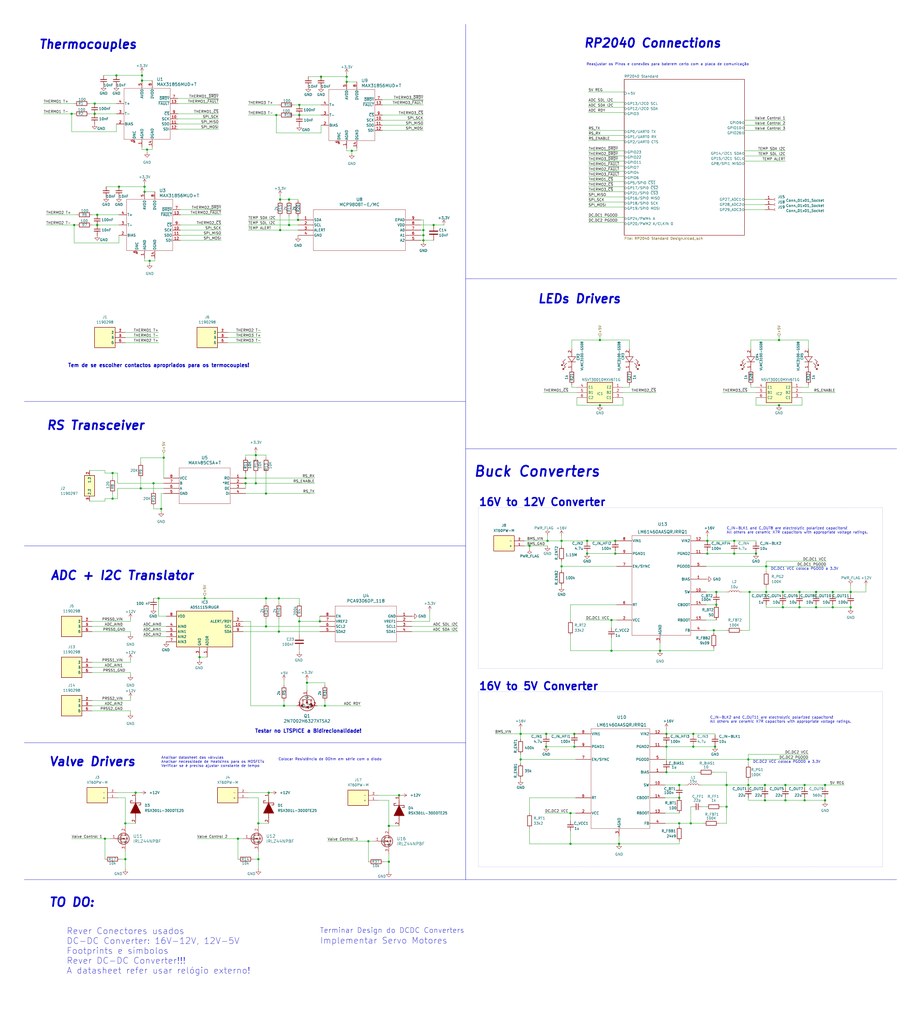
<source format=kicad_sch>
(kicad_sch (version 20231120) (generator "eeschema") (generator_version "8.0")
  (paper "User" 457.2 508)
  (title_block (title "Temperature & Valve Control System F") (date "2024-12-17") (company "Porto Space Team") (comment 1 "Miguel Amorim") (comment 2 "Miguel Leite") (comment 3 "Rafael Novais"))
  (junction (at 46.99 56.515))
  (junction (at 422.275 301.625))
  (junction (at 148.59 52.07))
  (junction (at 52.07 416.56))
  (junction (at 271.145 364.49))
  (junction (at 355.6 294.005))
  (junction (at 99.06 326.39))
  (junction (at 330.835 383.54))
  (junction (at 409.575 397.51))
  (junction (at 76.2 240.03))
  (junction (at 364.49 268.605))
  (junction (at 399.415 397.51))
  (junction (at 121.92 240.03))
  (junction (at 379.73 397.51))
  (junction (at 413.385 301.625))
  (junction (at 351.155 268.605))
  (junction (at 80.01 252.73))
  (junction (at 158.75 308.61))
  (junction (at 67.31 393.7))
  (junction (at 330.835 370.84))
  (junction (at 172.085 40.64))
  (junction (at 389.89 389.89))
  (junction (at 380.365 294.005))
  (junction (at 360.68 389.89))
  (junction (at 132.08 245.11))
  (junction (at 48.26 111.76))
  (junction (at 278.765 281.305))
  (junction (at 128.27 408.94))
  (junction (at 210.185 116.84))
  (junction (at 422.275 294.005))
  (junction (at 330.835 364.49))
  (junction (at 159.385 38.1))
  (junction (at 291.465 274.955))
  (junction (at 389.89 397.51))
  (junction (at 132.08 297.18))
  (junction (at 283.21 419.1))
  (junction (at 278.765 268.605))
  (junction (at 405.13 301.625))
  (junction (at 396.875 294.005))
  (junction (at 271.145 370.84))
  (junction (at 344.17 370.84))
  (junction (at 337.185 389.89))
  (junction (at 396.875 301.625))
  (junction (at 283.21 403.86))
  (junction (at 297.815 201.295))
  (junction (at 172.085 38.1))
  (junction (at 71.755 95.25))
  (junction (at 62.23 408.94))
  (junction (at 143.51 99.06))
  (junction (at 139.065 114.3))
  (junction (at 48.26 106.68))
  (junction (at 305.435 268.605))
  (junction (at 344.17 364.49))
  (junction (at 70.485 40.005))
  (junction (at 354.33 313.055))
  (junction (at 388.62 301.625))
  (junction (at 70.485 37.465))
  (junction (at 342.9 408.94))
  (junction (at 371.475 389.89))
  (junction (at 138.43 313.69))
  (junction (at 386.715 168.91))
  (junction (at 147.955 109.22))
  (junction (at 372.11 294.005))
  (junction (at 148.59 57.15))
  (junction (at 133.35 393.7))
  (junction (at 258.445 364.49))
  (junction (at 305.435 274.955))
  (junction (at 285.115 364.49))
  (junction (at 355.6 300.355))
  (junction (at 386.715 201.295))
  (junction (at 140.97 350.52))
  (junction (at 297.815 168.91))
  (junction (at 137.16 57.15))
  (junction (at 327.66 323.215))
  (junction (at 128.27 426.72))
  (junction (at 337.185 396.24))
  (junction (at 46.99 51.435))
  (junction (at 291.465 268.605))
  (junction (at 101.6 297.18))
  (junction (at 193.04 410.21))
  (junction (at 379.73 389.89))
  (junction (at 148.59 308.61))
  (junction (at 174.625 74.93))
  (junction (at 360.68 400.685))
  (junction (at 78.74 297.18))
  (junction (at 81.28 227.33))
  (junction (at 285.115 370.84))
  (junction (at 143.51 111.76))
  (junction (at 198.12 394.97))
  (junction (at 59.055 92.71))
  (junction (at 138.43 297.18))
  (junction (at 210.185 114.3))
  (junction (at 215.265 111.76))
  (junction (at 127 226.06))
  (junction (at 307.34 419.1))
  (junction (at 303.53 323.215))
  (junction (at 127 240.03))
  (junction (at 71.755 92.71))
  (junction (at 364.49 274.955))
  (junction (at 388.62 294.005))
  (junction (at 55.88 234.95))
  (junction (at 399.415 389.89))
  (junction (at 380.365 281.305))
  (junction (at 161.29 350.52))
  (junction (at 121.92 237.49))
  (junction (at 55.88 247.65))
  (junction (at 73.025 74.295))
  (junction (at 337.185 408.94))
  (junction (at 62.23 426.72))
  (junction (at 405.13 294.005))
  (junction (at 36.83 111.76))
  (junction (at 271.78 268.605))
  (junction (at 258.445 377.19))
  (junction (at 57.785 37.465))
  (junction (at 375.285 274.955))
  (junction (at 139.065 99.06))
  (junction (at 409.575 389.89))
  (junction (at 35.56 56.515))
  (junction (at 118.11 416.56))
  (junction (at 413.385 294.005))
  (junction (at 74.295 129.54))
  (junction (at 182.88 417.83))
  (junction (at 132.08 311.15))
  (junction (at 262.89 271.145))
  (junction (at 210.185 119.38))
  (junction (at 354.965 370.84))
  (junction (at 193.04 427.99))
  (junction (at 152.4 339.09))
  (junction (at 69.85 242.57))
  (junction (at 351.155 274.955))
  (junction (at 371.475 377.19))
  (junction (at 303.53 307.975))
  (wire (pts (xy 330.835 383.54) (xy 346.71 383.54)))
  (wire (pts (xy 174.625 74.93) (xy 177.165 74.93)))
  (wire (pts (xy 62.23 408.94) (xy 62.23 410.21)))
  (wire (pts (xy 356.87 408.94) (xy 360.68 408.94)))
  (wire (pts (xy 139.065 99.06) (xy 143.51 99.06)))
  (wire (pts (xy 76.835 128.27) (xy 76.835 129.54)))
  (wire (pts (xy 292.1 110.49) (xy 309.88 110.49)))
  (wire (pts (xy 337.185 395.605) (xy 337.185 396.24)))
  (wire (pts (xy 193.04 427.99) (xy 193.04 433.07)))
  (wire (pts (xy 371.475 374.65) (xy 401.32 374.65)))
  (wire (pts (xy 312.42 191.135) (xy 312.42 192.405)))
  (wire (pts (xy 64.77 353.06) (xy 64.77 354.33)))
  (wire (pts (xy 292.1 97.79) (xy 309.88 97.79)))
  (wire (pts (xy 71.12 316.23) (xy 82.55 316.23)))
  (wire (pts (xy 55.88 234.95) (xy 55.88 237.49)))
  (wire (pts (xy 309.245 201.295) (xy 309.245 197.485)))
  (wire (pts (xy 127 226.06) (xy 127 227.33)))
  (wire (pts (xy 148.59 297.18) (xy 148.59 299.72)))
  (wire (pts (xy 35.56 416.56) (xy 52.07 416.56)))
  (wire (pts (xy 307.34 419.1) (xy 337.185 419.1)))
  (wire (pts (xy 64.77 308.61) (xy 45.72 308.61)))
  (wire (pts (xy 74.295 129.54) (xy 76.835 129.54)))
  (wire (pts (xy 174.625 74.93) (xy 172.085 74.93)))
  (wire (pts (xy 139.065 114.3) (xy 139.065 107.315)))
  (wire (pts (xy 69.85 229.87) (xy 69.85 227.33)))
  (wire (pts (xy 388.62 294.005) (xy 388.62 295.275)))
  (wire (pts (xy 210.185 114.3) (xy 210.185 116.84)))
  (wire (pts (xy 409.575 397.51) (xy 409.575 396.24)))
  (wire (pts (xy 21.59 51.435) (xy 36.83 51.435)))
  (wire (pts (xy 399.415 396.24) (xy 399.415 397.51)))
  (wire (pts (xy 177.165 73.66) (xy 177.165 74.93)))
  (wire (pts (xy 210.185 64.77) (xy 189.865 64.77)))
  (wire (pts (xy 292.1 45.72) (xy 309.88 45.72)))
  (wire (pts (xy 62.23 408.94) (xy 67.31 408.94)))
  (wire (pts (xy 123.19 393.7) (xy 133.35 393.7)))
  (wire (pts (xy 388.62 294.005) (xy 396.875 294.005)))
  (wire (pts (xy 148.59 314.96) (xy 148.59 308.61)))
  (wire (pts (xy 172.085 36.83) (xy 172.085 38.1)))
  (wire (pts (xy 351.155 268.605) (xy 364.49 268.605)))
  (wire (pts (xy 278.765 290.83) (xy 278.765 291.465)))
  (wire (pts (xy 139.065 97.155) (xy 139.065 99.06)))
  (wire (pts (xy 285.115 370.84) (xy 285.75 370.84)))
  (wire (pts (xy 369.57 74.93) (xy 389.89 74.93)))
  (wire (pts (xy 286.385 194.945) (xy 269.875 194.945)))
  (wire (pts (xy 371.475 397.51) (xy 379.73 397.51)))
  (wire (pts (xy 118.11 416.56) (xy 118.11 426.72)))
  (wire (pts (xy 67.31 393.7) (xy 69.85 393.7)))
  (wire (pts (xy 159.385 38.1) (xy 172.085 38.1)))
  (wire (pts (xy 413.385 300.355) (xy 413.385 301.625)))
  (wire (pts (xy 292.1 80.01) (xy 309.88 80.01)))
  (wire (pts (xy 303.53 307.975) (xy 306.07 307.975)))
  (wire (pts (xy 64.77 347.98) (xy 45.72 347.98)))
  (wire (pts (xy 210.185 114.3) (xy 208.915 114.3)))
  (wire (pts (xy 330.2 383.54) (xy 330.835 383.54)))
  (wire (pts (xy 172.085 40.64) (xy 177.165 40.64)))
  (wire (pts (xy 278.765 281.305) (xy 278.765 278.765)))
  (wire (pts (xy 354.965 364.49) (xy 354.965 365.125)))
  (wire (pts (xy 52.07 233.68) (xy 44.45 233.68)))
  (wire (pts (xy 330.2 377.19) (xy 371.475 377.19)))
  (wire (pts (xy 337.185 419.1) (xy 337.185 417.83)))
  (wire (pts (xy 368.3 294.005) (xy 372.11 294.005)))
  (wire (pts (xy 129.54 170.18) (xy 113.03 170.18)))
  (wire (pts (xy 55.88 245.11) (xy 55.88 247.65)))
  (wire (pts (xy 405.13 301.625) (xy 413.385 301.625)))
  (wire (pts (xy 139.065 114.3) (xy 147.955 114.3)))
  (wire (pts (xy 121.92 227.33) (xy 121.92 226.06)))
  (wire (pts (xy 388.62 301.625) (xy 396.875 301.625)))
  (wire (pts (xy 127 234.95) (xy 127 240.03)))
  (wire (pts (xy 146.05 52.07) (xy 148.59 52.07)))
  (wire (pts (xy 330.835 364.49) (xy 344.17 364.49)))
  (wire (pts (xy 182.88 417.83) (xy 185.42 417.83)))
  (wire (pts (xy 258.445 377.19) (xy 258.445 379.095)))
  (wire (pts (xy 58.42 240.03) (xy 58.42 234.95)))
  (wire (pts (xy 291.465 268.605) (xy 291.465 269.24)))
  (wire (pts (xy 193.04 424.18) (xy 193.04 427.99)))
  (wire (pts (xy 389.89 397.51) (xy 399.415 397.51)))
  (wire (pts (xy 258.445 377.19) (xy 258.445 374.65)))
  (wire (pts (xy 369.57 77.47) (xy 389.89 77.47)))
  (wire (pts (xy 372.11 294.005) (xy 380.365 294.005)))
  (wire (pts (xy 283.21 419.1) (xy 307.34 419.1)))
  (wire (pts (xy 210.185 119.38) (xy 208.915 119.38)))
  (wire (pts (xy 58.42 393.7) (xy 67.31 393.7)))
  (wire (pts (xy 156.21 240.03) (xy 127 240.03)))
  (wire (pts (xy 78.74 167.64) (xy 62.23 167.64)))
  (wire (pts (xy 355.6 299.72) (xy 355.6 300.355)))
  (wire (pts (xy 292.1 77.47) (xy 309.88 77.47)))
  (wire (pts (xy 292.1 53.34) (xy 309.88 53.34)))
  (wire (pts (xy 153.035 38.1) (xy 159.385 38.1)))
  (wire (pts (xy 292.1 87.63) (xy 309.88 87.63)))
  (wire (pts (xy 297.815 168.91) (xy 312.42 168.91)))
  (wire (pts (xy 174.625 74.93) (xy 174.625 76.2)))
  (wire (pts (xy 342.9 408.94) (xy 349.25 408.94)))
  (wire (pts (xy 292.1 90.17) (xy 309.88 90.17)))
  (wire (pts (xy 262.89 419.1) (xy 262.89 411.48)))
  (wire (pts (xy 210.185 57.15) (xy 189.865 57.15)))
  (wire (pts (xy 59.055 116.84) (xy 59.055 120.65)))
  (wire (pts (xy 148.59 322.58) (xy 148.59 323.85)))
  (wire (pts (xy 360.68 389.89) (xy 371.475 389.89)))
  (wire (pts (xy 372.11 294.005) (xy 372.11 313.055)))
  (wire (pts (xy 120.65 313.69) (xy 138.43 313.69)))
  (wire (pts (xy 156.21 237.49) (xy 121.92 237.49)))
  (wire (pts (xy 369.57 59.69) (xy 389.89 59.69)))
  (wire (pts (xy 396.875 301.625) (xy 405.13 301.625)))
  (wire (pts (xy 101.6 295.91) (xy 101.6 297.18)))
  (wire (pts (xy 401.32 191.135) (xy 401.32 192.405)))
  (wire (pts (xy 371.475 389.89) (xy 379.73 389.89)))
  (wire (pts (xy 350.52 281.305) (xy 380.365 281.305)))
  (wire (pts (xy 78.74 297.18) (xy 78.74 306.07)))
  (wire (pts (xy 360.68 389.89) (xy 360.68 400.685)))
  (wire (pts (xy 97.79 416.56) (xy 118.11 416.56)))
  (wire (pts (xy 330.835 370.84) (xy 330.2 370.84)))
  (polyline (pts (xy 231.14 138.43) (xy 233.68 138.43)))
  (wire (pts (xy 380.365 291.465) (xy 380.365 294.005)))
  (wire (pts (xy 45.72 353.06) (xy 64.77 353.06)))
  (wire (pts (xy 52.07 416.56) (xy 54.61 416.56)))
  (wire (pts (xy 283.21 323.215) (xy 303.53 323.215)))
  (wire (pts (xy 292.1 50.8) (xy 309.88 50.8)))
  (wire (pts (xy 380.365 283.845) (xy 380.365 281.305)))
  (wire (pts (xy 204.47 308.61) (xy 213.36 308.61)))
  (wire (pts (xy 143.51 107.315) (xy 143.51 111.76)))
  (wire (pts (xy 278.765 268.605) (xy 291.465 268.605)))
  (wire (pts (xy 372.745 192.405) (xy 375.285 192.405)))
  (wire (pts (xy 108.585 61.595) (xy 88.265 61.595)))
  (wire (pts (xy 52.07 416.56) (xy 52.07 426.72)))
  (wire (pts (xy 146.05 57.15) (xy 148.59 57.15)))
  (wire (pts (xy 292.1 69.85) (xy 309.88 69.85)))
  (wire (pts (xy 57.785 61.595) (xy 57.785 65.405)))
  (wire (pts (xy 148.59 52.07) (xy 159.385 52.07)))
  (wire (pts (xy 290.83 307.975) (xy 303.53 307.975)))
  (wire (pts (xy 64.77 328.93) (xy 64.77 327.66)))
  (wire (pts (xy 78.74 297.18) (xy 101.6 297.18)))
  (polyline (pts (xy 233.68 138.43) (xy 445.135 138.43)))
  (wire (pts (xy 58.42 242.57) (xy 58.42 247.65)))
  (wire (pts (xy 210.185 116.84) (xy 208.915 116.84)))
  (wire (pts (xy 57.785 37.465) (xy 70.485 37.465)))
  (wire (pts (xy 73.025 74.295) (xy 73.025 75.565)))
  (wire (pts (xy 208.915 111.76) (xy 215.265 111.76)))
  (wire (pts (xy 354.965 370.84) (xy 354.965 370.205)))
  (wire (pts (xy 271.78 268.605) (xy 278.765 268.605)))
  (wire (pts (xy 258.445 361.95) (xy 258.445 364.49)))
  (wire (pts (xy 414.655 194.945) (xy 398.145 194.945)))
  (wire (pts (xy 80.01 245.11) (xy 80.01 252.73)))
  (wire (pts (xy 46.99 56.515) (xy 57.785 56.515)))
  (wire (pts (xy 143.51 99.06) (xy 143.51 99.695)))
  (wire (pts (xy 405.13 294.005) (xy 413.385 294.005)))
  (wire (pts (xy 204.47 311.15) (xy 227.33 311.15)))
  (polyline (pts (xy 368.935 222.885) (xy 445.135 222.885)))
  (wire (pts (xy 409.575 397.51) (xy 409.575 398.145)))
  (wire (pts (xy 303.53 316.865) (xy 303.53 323.215)))
  (wire (pts (xy 60.96 331.47) (xy 45.72 331.47)))
  (wire (pts (xy 271.78 266.065) (xy 271.78 268.605)))
  (wire (pts (xy 409.575 389.89) (xy 419.1 389.89)))
  (wire (pts (xy 283.845 192.405) (xy 286.385 192.405)))
  (wire (pts (xy 354.33 313.055) (xy 360.68 313.055)))
  (wire (pts (xy 330.835 370.84) (xy 344.17 370.84)))
  (wire (pts (xy 138.43 307.34) (xy 138.43 313.69)))
  (wire (pts (xy 413.385 301.625) (xy 422.275 301.625)))
  (wire (pts (xy 71.755 91.44) (xy 71.755 92.71)))
  (wire (pts (xy 210.185 119.38) (xy 215.265 119.38)))
  (wire (pts (xy 413.385 294.005) (xy 413.385 295.275)))
  (wire (pts (xy 283.21 407.67) (xy 283.21 403.86)))
  (wire (pts (xy 372.745 173.355) (xy 372.745 168.91)))
  (wire (pts (xy 81.28 224.79) (xy 81.28 227.33)))
  (wire (pts (xy 422.275 301.625) (xy 422.275 302.26)))
  (wire (pts (xy 70.485 73.025) (xy 70.485 74.295)))
  (wire (pts (xy 375.285 201.295) (xy 386.715 201.295)))
  (wire (pts (xy 123.19 114.3) (xy 139.065 114.3)))
  (wire (pts (xy 64.77 313.69) (xy 64.77 314.96)))
  (wire (pts (xy 120.65 308.61) (xy 124.46 308.61)))
  (wire (pts (xy 152.4 339.09) (xy 152.4 342.9)))
  (wire (pts (xy 354.33 313.055) (xy 354.33 314.325)))
  (wire (pts (xy 306.07 281.305) (xy 278.765 281.305)))
  (wire (pts (xy 62.23 396.24) (xy 62.23 408.94)))
  (wire (pts (xy 342.9 400.685) (xy 342.9 408.94)))
  (wire (pts (xy 108.585 51.435) (xy 88.265 51.435)))
  (wire (pts (xy 132.08 307.34) (xy 132.08 311.15)))
  (wire (pts (xy 81.28 245.11) (xy 80.01 245.11)))
  (wire (pts (xy 271.145 364.49) (xy 285.115 364.49)))
  (wire (pts (xy 297.815 167.005) (xy 297.815 168.91)))
  (wire (pts (xy 140.97 350.52) (xy 147.32 350.52)))
  (wire (pts (xy 109.855 114.3) (xy 89.535 114.3)))
  (wire (pts (xy 371.475 377.19) (xy 401.32 377.19)))
  (wire (pts (xy 330.2 364.49) (xy 330.835 364.49)))
  (wire (pts (xy 292.1 67.31) (xy 309.88 67.31)))
  (wire (pts (xy 125.73 426.72) (xy 128.27 426.72)))
  (wire (pts (xy 128.27 426.72) (xy 128.27 431.8)))
  (wire (pts (xy 81.28 240.03) (xy 76.2 240.03)))
  (wire (pts (xy 210.185 49.53) (xy 189.865 49.53)))
  (wire (pts (xy 64.77 328.93) (xy 45.72 328.93)))
  (wire (pts (xy 351.155 274.955) (xy 350.52 274.955)))
  (wire (pts (xy 292.1 64.77) (xy 309.88 64.77)))
  (wire (pts (xy 386.715 168.91) (xy 401.32 168.91)))
  (wire (pts (xy 396.875 294.005) (xy 405.13 294.005)))
  (wire (pts (xy 152.4 337.82) (xy 152.4 339.09)))
  (wire (pts (xy 297.815 201.295) (xy 309.245 201.295)))
  (wire (pts (xy 123.19 109.22) (xy 147.955 109.22)))
  (wire (pts (xy 380.365 300.355) (xy 380.365 301.625)))
  (wire (pts (xy 375.285 194.945) (xy 358.775 194.945)))
  (wire (pts (xy 405.13 300.355) (xy 405.13 301.625)))
  (wire (pts (xy 369.57 101.6) (xy 379.73 101.6)))
  (wire (pts (xy 380.365 294.005) (xy 388.62 294.005)))
  (wire (pts (xy 413.385 294.005) (xy 422.275 294.005)))
  (wire (pts (xy 330.835 369.57) (xy 330.835 370.84)))
  (wire (pts (xy 330.835 361.95) (xy 330.835 364.49)))
  (wire (pts (xy 271.145 370.84) (xy 285.115 370.84)))
  (wire (pts (xy 375.285 197.485) (xy 375.285 201.295)))
  (wire (pts (xy 380.365 294.005) (xy 380.365 295.275)))
  (wire (pts (xy 286.385 201.295) (xy 297.815 201.295)))
  (wire (pts (xy 369.57 64.77) (xy 389.89 64.77)))
  (wire (pts (xy 369.57 104.14) (xy 379.73 104.14)))
  (wire (pts (xy 399.415 389.89) (xy 399.415 391.16)))
  (wire (pts (xy 210.185 59.69) (xy 189.865 59.69)))
  (wire (pts (xy 364.49 274.955) (xy 375.285 274.955)))
  (wire (pts (xy 133.35 408.94) (xy 128.27 408.94)))
  (wire (pts (xy 292.1 102.87) (xy 309.88 102.87)))
  (polyline (pts (xy 12.065 271.145) (xy 231.14 271.145)))
  (wire (pts (xy 260.35 268.605) (xy 271.78 268.605)))
  (wire (pts (xy 271.145 370.205) (xy 271.145 370.84)))
  (wire (pts (xy 45.72 111.76) (xy 48.26 111.76)))
  (wire (pts (xy 74.295 129.54) (xy 71.755 129.54)))
  (wire (pts (xy 371.475 374.65) (xy 371.475 377.19)))
  (wire (pts (xy 210.185 52.07) (xy 189.865 52.07)))
  (wire (pts (xy 127 226.06) (xy 121.92 226.06)))
  (wire (pts (xy 60.96 311.15) (xy 45.72 311.15)))
  (wire (pts (xy 128.27 422.91) (xy 128.27 426.72)))
  (wire (pts (xy 147.955 117.475) (xy 147.955 116.84)))
  (wire (pts (xy 291.465 274.955) (xy 305.435 274.955)))
  (wire (pts (xy 388.62 301.625) (xy 388.62 300.355)))
  (wire (pts (xy 278.765 268.605) (xy 278.765 271.145)))
  (wire (pts (xy 73.025 74.295) (xy 70.485 74.295)))
  (wire (pts (xy 123.19 111.76) (xy 143.51 111.76)))
  (wire (pts (xy 140.97 337.82) (xy 140.97 340.36)))
  (wire (pts (xy 285.75 377.19) (xy 258.445 377.19)))
  (wire (pts (xy 344.17 364.49) (xy 344.17 365.125)))
  (wire (pts (xy 143.51 111.76) (xy 147.955 111.76)))
  (wire (pts (xy 157.48 350.52) (xy 161.29 350.52)))
  (wire (pts (xy 354.33 383.54) (xy 360.68 383.54)))
  (wire (pts (xy 312.42 192.405) (xy 309.245 192.405)))
  (wire (pts (xy 292.1 107.95) (xy 309.88 107.95)))
  (wire (pts (xy 389.89 389.89) (xy 399.415 389.89)))
  (wire (pts (xy 132.08 227.33) (xy 132.08 226.06)))
  (wire (pts (xy 60.96 350.52) (xy 45.72 350.52)))
  (polyline (pts (xy 231.14 436.88) (xy 445.135 436.88)))
  (wire (pts (xy 344.17 364.49) (xy 354.965 364.49)))
  (wire (pts (xy 81.28 242.57) (xy 69.85 242.57)))
  (wire (pts (xy 74.295 129.54) (xy 74.295 130.81)))
  (wire (pts (xy 379.73 389.89) (xy 379.73 391.16)))
  (wire (pts (xy 71.755 95.25) (xy 76.835 95.25)))
  (wire (pts (xy 52.07 248.92) (xy 52.07 247.65)))
  (wire (pts (xy 325.755 194.945) (xy 309.245 194.945)))
  (wire (pts (xy 123.19 52.07) (xy 138.43 52.07)))
  (wire (pts (xy 292.1 74.93) (xy 309.88 74.93)))
  (wire (pts (xy 405.13 294.005) (xy 405.13 295.275)))
  (wire (pts (xy 208.915 109.22) (xy 210.185 109.22)))
  (wire (pts (xy 52.07 234.95) (xy 52.07 233.68)))
  (wire (pts (xy 292.1 92.71) (xy 309.88 92.71)))
  (wire (pts (xy 78.74 165.1) (xy 62.23 165.1)))
  (wire (pts (xy 350.52 307.975) (xy 355.6 307.975)))
  (wire (pts (xy 193.04 397.51) (xy 193.04 410.21)))
  (wire (pts (xy 355.6 294.64) (xy 355.6 294.005)))
  (wire (pts (xy 360.68 400.685) (xy 360.68 408.94)))
  (wire (pts (xy 161.29 347.98) (xy 161.29 350.52)))
  (wire (pts (xy 355.6 294.005) (xy 360.68 294.005)))
  (wire (pts (xy 193.04 410.21) (xy 193.04 411.48)))
  (wire (pts (xy 286.385 197.485) (xy 286.385 201.295)))
  (wire (pts (xy 401.32 192.405) (xy 398.145 192.405)))
  (wire (pts (xy 81.28 227.33) (xy 81.28 237.49)))
  (wire (pts (xy 109.855 106.68) (xy 89.535 106.68)))
  (wire (pts (xy 161.29 350.52) (xy 179.07 350.52)))
  (wire (pts (xy 108.585 56.515) (xy 88.265 56.515)))
  (wire (pts (xy 283.845 173.355) (xy 283.845 168.91)))
  (wire (pts (xy 285.115 369.57) (xy 285.115 370.84)))
  (wire (pts (xy 71.755 92.71) (xy 71.755 95.25)))
  (wire (pts (xy 64.77 347.98) (xy 64.77 346.71)))
  (wire (pts (xy 379.73 396.24) (xy 379.73 397.51)))
  (wire (pts (xy 350.52 300.355) (xy 355.6 300.355)))
  (wire (pts (xy 327.66 323.215) (xy 354.33 323.215)))
  (wire (pts (xy 58.42 234.95) (xy 55.88 234.95)))
  (wire (pts (xy 172.085 38.1) (xy 172.085 40.64)))
  (wire (pts (xy 108.585 48.895) (xy 88.265 48.895)))
  (wire (pts (xy 138.43 297.18) (xy 148.59 297.18)))
  (wire (pts (xy 351.155 266.065) (xy 351.155 268.605)))
  (wire (pts (xy 121.92 240.03) (xy 121.92 242.57)))
  (wire (pts (xy 210.185 109.22) (xy 210.185 114.3)))
  (wire (pts (xy 372.745 168.91) (xy 386.715 168.91)))
  (wire (pts (xy 69.85 242.57) (xy 58.42 242.57)))
  (wire (pts (xy 330.835 370.84) (xy 330.835 377.825)))
  (polyline (pts (xy 12.065 368.935) (xy 231.14 368.935)))
  (wire (pts (xy 258.445 364.49) (xy 271.145 364.49)))
  (wire (pts (xy 271.145 364.49) (xy 271.145 365.125)))
  (wire (pts (xy 283.21 300.355) (xy 306.07 300.355)))
  (wire (pts (xy 172.085 73.66) (xy 172.085 74.93)))
  (wire (pts (xy 210.185 119.38) (xy 210.185 120.015)))
  (wire (pts (xy 127 226.06) (xy 127 224.79)))
  (wire (pts (xy 51.435 37.465) (xy 57.785 37.465)))
  (wire (pts (xy 121.92 234.95) (xy 121.92 237.49)))
  (wire (pts (xy 59.055 120.65) (xy 36.83 120.65)))
  (wire (pts (xy 262.89 271.145) (xy 262.89 272.415)))
  (wire (pts (xy 283.21 323.215) (xy 283.21 315.595)))
  (wire (pts (xy 292.1 100.33) (xy 309.88 100.33)))
  (wire (pts (xy 380.365 278.765) (xy 380.365 281.305)))
  (wire (pts (xy 369.57 80.01) (xy 389.89 80.01)))
  (wire (pts (xy 379.73 397.51) (xy 389.89 397.51)))
  (wire (pts (xy 354.33 323.215) (xy 354.33 321.945)))
  (wire (pts (xy 161.29 339.09) (xy 161.29 340.36)))
  (wire (pts (xy 342.9 400.685) (xy 343.535 400.685)))
  (wire (pts (xy 52.705 92.71) (xy 59.055 92.71)))
  (wire (pts (xy 306.07 268.605) (xy 305.435 268.605)))
  (wire (pts (xy 44.45 248.92) (xy 52.07 248.92)))
  (wire (pts (xy 371.475 379.73) (xy 371.475 377.19)))
  (wire (pts (xy 129.54 165.1) (xy 113.03 165.1)))
  (wire (pts (xy 64.77 308.61) (xy 64.77 307.34)))
  (wire (pts (xy 132.08 311.15) (xy 158.75 311.15)))
  (wire (pts (xy 187.96 397.51) (xy 193.04 397.51)))
  (wire (pts (xy 118.11 416.56) (xy 120.65 416.56)))
  (wire (pts (xy 159.385 62.23) (xy 159.385 66.04)))
  (wire (pts (xy 132.08 297.18) (xy 138.43 297.18)))
  (wire (pts (xy 75.565 73.025) (xy 75.565 74.295)))
  (wire (pts (xy 148.59 307.34) (xy 148.59 308.61)))
  (wire (pts (xy 70.485 36.195) (xy 70.485 37.465)))
  (wire (pts (xy 371.475 389.89) (xy 371.475 391.16)))
  (wire (pts (xy 127 240.03) (xy 121.92 240.03)))
  (wire (pts (xy 22.86 106.68) (xy 38.1 106.68)))
  (wire (pts (xy 347.98 389.89) (xy 360.68 389.89)))
  (wire (pts (xy 399.415 397.51) (xy 409.575 397.51)))
  (wire (pts (xy 69.85 227.33) (xy 81.28 227.33)))
  (wire (pts (xy 45.72 106.68) (xy 48.26 106.68)))
  (wire (pts (xy 380.365 278.765) (xy 410.21 278.765)))
  (wire (pts (xy 375.285 268.605) (xy 375.285 269.24)))
  (wire (pts (xy 78.74 170.18) (xy 62.23 170.18)))
  (wire (pts (xy 283.21 403.86) (xy 285.75 403.86)))
  (wire (pts (xy 190.5 427.99) (xy 193.04 427.99)))
  (wire (pts (xy 364.49 274.955) (xy 351.155 274.955)))
  (wire (pts (xy 80.01 252.73) (xy 80.01 254)))
  (wire (pts (xy 128.27 408.94) (xy 128.27 410.21)))
  (wire (pts (xy 283.845 191.135) (xy 283.845 192.405)))
  (wire (pts (xy 73.025 74.295) (xy 75.565 74.295)))
  (wire (pts (xy 422.275 301.625) (xy 422.275 300.355)))
  (wire (pts (xy 69.85 237.49) (xy 69.85 242.57)))
  (wire (pts (xy 305.435 274.955) (xy 306.07 274.955)))
  (wire (pts (xy 182.88 417.83) (xy 182.88 427.99)))
  (wire (pts (xy 46.99 51.435) (xy 57.785 51.435)))
  (wire (pts (xy 371.475 397.51) (xy 371.475 396.24)))
  (wire (pts (xy 399.415 389.89) (xy 409.575 389.89)))
  (wire (pts (xy 132.08 297.18) (xy 132.08 299.72)))
  (wire (pts (xy 386.715 167.005) (xy 386.715 168.91)))
  (wire (pts (xy 213.36 303.53) (xy 213.36 308.61)))
  (wire (pts (xy 152.4 339.09) (xy 161.29 339.09)))
  (wire (pts (xy 307.34 419.1) (xy 307.34 415.29)))
  (wire (pts (xy 364.49 274.32) (xy 364.49 274.955)))
  (wire (pts (xy 99.06 326.39) (xy 99.06 327.66)))
  (wire (pts (xy 305.435 273.685) (xy 305.435 274.955)))
  (wire (pts (xy 303.53 311.785) (xy 303.53 307.975)))
  (wire (pts (xy 62.23 422.91) (xy 62.23 426.72)))
  (wire (pts (xy 210.185 116.84) (xy 210.185 119.38)))
  (wire (pts (xy 124.46 308.61) (xy 124.46 350.52)))
  (wire (pts (xy 278.765 266.065) (xy 278.765 268.605)))
  (wire (pts (xy 215.265 111.76) (xy 220.345 111.76)))
  (wire (pts (xy 337.185 390.525) (xy 337.185 389.89)))
  (wire (pts (xy 258.445 364.49) (xy 258.445 367.03)))
  (wire (pts (xy 59.69 426.72) (xy 62.23 426.72)))
  (wire (pts (xy 303.53 323.215) (xy 327.66 323.215)))
  (wire (pts (xy 292.1 82.55) (xy 309.88 82.55)))
  (wire (pts (xy 330.835 382.905) (xy 330.835 383.54)))
  (polyline (pts (xy 231.14 222.885) (xy 368.935 222.885)))
  (wire (pts (xy 108.585 59.055) (xy 88.265 59.055)))
  (wire (pts (xy 330.2 408.94) (xy 337.185 408.94)))
  (wire (pts (xy 372.11 313.055) (xy 368.3 313.055)))
  (wire (pts (xy 262.89 403.86) (xy 262.89 396.24)))
  (wire (pts (xy 133.35 393.7) (xy 134.62 393.7)))
  (wire (pts (xy 262.89 271.145) (xy 271.78 271.145)))
  (wire (pts (xy 22.86 111.76) (xy 36.83 111.76)))
  (wire (pts (xy 372.745 191.135) (xy 372.745 192.405)))
  (wire (pts (xy 57.785 65.405) (xy 35.56 65.405)))
  (wire (pts (xy 398.145 201.295) (xy 398.145 197.485)))
  (wire (pts (xy 70.485 40.005) (xy 75.565 40.005)))
  (wire (pts (xy 76.2 297.18) (xy 78.74 297.18)))
  (wire (pts (xy 147.955 99.06) (xy 147.955 99.695)))
  (wire (pts (xy 162.56 417.83) (xy 182.88 417.83)))
  (wire (pts (xy 76.2 240.03) (xy 58.42 240.03)))
  (wire (pts (xy 71.755 128.27) (xy 71.755 129.54)))
  (wire (pts (xy 350.52 313.055) (xy 354.33 313.055)))
  (wire (pts (xy 358.14 400.685) (xy 360.68 400.685)))
  (polyline (pts (xy 231.14 144.145) (xy 231.14 199.39)))
  (wire (pts (xy 380.365 281.305) (xy 410.21 281.305)))
  (wire (pts (xy 292.1 55.88) (xy 309.88 55.88)))
  (wire (pts (xy 401.32 168.91) (xy 401.32 173.355)))
  (wire (pts (xy 360.68 383.54) (xy 360.68 389.89)))
  (wire (pts (xy 396.875 300.355) (xy 396.875 301.625)))
  (wire (pts (xy 44.45 56.515) (xy 46.99 56.515)))
  (wire (pts (xy 58.42 247.65) (xy 55.88 247.65)))
  (wire (pts (xy 45.72 313.69) (xy 64.77 313.69)))
  (wire (pts (xy 270.51 403.86) (xy 283.21 403.86)))
  (wire (pts (xy 291.465 268.605) (xy 305.435 268.605)))
  (wire (pts (xy 128.27 396.24) (xy 128.27 408.94)))
  (wire (pts (xy 350.52 400.685) (xy 348.615 400.685)))
  (wire (pts (xy 283.21 307.975) (xy 283.21 300.355)))
  (wire (pts (xy 386.715 201.295) (xy 398.145 201.295)))
  (wire (pts (xy 285.75 364.49) (xy 285.115 364.49)))
  (wire (pts (xy 337.185 408.94) (xy 337.185 410.21)))
  (wire (pts (xy 140.97 347.98) (xy 140.97 350.52)))
  (wire (pts (xy 210.185 62.23) (xy 189.865 62.23)))
  (wire (pts (xy 278.765 281.305) (xy 278.765 283.21)))
  (wire (pts (xy 82.55 306.07) (xy 78.74 306.07)))
  (wire (pts (xy 422.275 294.005) (xy 422.275 295.275)))
  (wire (pts (xy 48.26 106.68) (xy 59.055 106.68)))
  (wire (pts (xy 76.2 240.03) (xy 76.2 243.84)))
  (wire (pts (xy 76.2 252.73) (xy 76.2 251.46)))
  (wire (pts (xy 292.1 95.25) (xy 309.88 95.25)))
  (polyline (pts (xy 12.065 436.88) (xy 231.14 436.88)))
  (wire (pts (xy 70.485 37.465) (xy 70.485 40.005)))
  (wire (pts (xy 409.575 389.89) (xy 409.575 391.16)))
  (polyline (pts (xy 231.14 199.39) (xy 231.14 368.935)))
  (wire (pts (xy 101.6 297.18) (xy 132.08 297.18)))
  (wire (pts (xy 351.155 273.685) (xy 351.155 274.955)))
  (wire (pts (xy 137.16 57.15) (xy 138.43 57.15)))
  (wire (pts (xy 292.1 85.09) (xy 309.88 85.09)))
  (wire (pts (xy 62.23 426.72) (xy 62.23 431.8)))
  (wire (pts (xy 350.52 268.605) (xy 351.155 268.605)))
  (wire (pts (xy 35.56 56.515) (xy 36.83 56.515)))
  (wire (pts (xy 109.855 104.14) (xy 89.535 104.14)))
  (wire (pts (xy 64.77 334.01) (xy 64.77 335.28)))
  (wire (pts (xy 132.08 234.95) (xy 132.08 245.11)))
  (wire (pts (xy 364.49 268.605) (xy 375.285 268.605)))
  (wire (pts (xy 312.42 168.91) (xy 312.42 173.355)))
  (wire (pts (xy 108.585 64.135) (xy 88.265 64.135)))
  (wire (pts (xy 262.89 419.1) (xy 283.21 419.1)))
  (wire (pts (xy 58.42 396.24) (xy 62.23 396.24)))
  (wire (pts (xy 48.26 111.76) (xy 59.055 111.76)))
  (wire (pts (xy 344.17 370.205) (xy 344.17 370.84)))
  (wire (pts (xy 337.185 389.89) (xy 340.36 389.89)))
  (wire (pts (xy 159.385 66.04) (xy 137.16 66.04)))
  (wire (pts (xy 21.59 56.515) (xy 35.56 56.515)))
  (wire (pts (xy 396.875 294.005) (xy 396.875 295.275)))
  (wire (pts (xy 260.35 271.145) (xy 262.89 271.145)))
  (wire (pts (xy 198.12 394.97) (xy 199.39 394.97)))
  (wire (pts (xy 369.57 62.23) (xy 389.89 62.23)))
  (wire (pts (xy 283.845 168.91) (xy 297.815 168.91)))
  (wire (pts (xy 148.59 57.15) (xy 159.385 57.15)))
  (wire (pts (xy 129.54 167.64) (xy 113.03 167.64)))
  (wire (pts (xy 330.2 389.89) (xy 337.185 389.89)))
  (wire (pts (xy 198.12 410.21) (xy 193.04 410.21)))
  (wire (pts (xy 55.88 247.65) (xy 52.07 247.65)))
  (wire (pts (xy 291.465 274.32) (xy 291.465 274.955)))
  (wire (pts (xy 132.08 226.06) (xy 127 226.06)))
  (wire (pts (xy 187.96 394.97) (xy 198.12 394.97)))
  (wire (pts (xy 245.745 364.49) (xy 258.445 364.49)))
  (wire (pts (xy 109.855 119.38) (xy 89.535 119.38)))
  (wire (pts (xy 375.285 274.955) (xy 375.285 274.32)))
  (wire (pts (xy 262.89 396.24) (xy 285.75 396.24)))
  (wire (pts (xy 59.055 92.71) (xy 71.755 92.71)))
  (wire (pts (xy 109.855 111.76) (xy 89.535 111.76)))
  (wire (pts (xy 389.89 389.89) (xy 389.89 391.16)))
  (wire (pts (xy 429.895 290.83) (xy 429.895 294.005)))
  (wire (pts (xy 422.275 294.005) (xy 429.895 294.005)))
  (wire (pts (xy 204.47 313.69) (xy 227.33 313.69)))
  (wire (pts (xy 109.855 116.84) (xy 89.535 116.84)))
  (wire (pts (xy 380.365 301.625) (xy 388.62 301.625)))
  (wire (pts (xy 124.46 350.52) (xy 140.97 350.52)))
  (wire (pts (xy 99.06 326.39) (xy 102.87 326.39)))
  (wire (pts (xy 138.43 313.69) (xy 158.75 313.69)))
  (wire (pts (xy 132.08 245.11) (xy 121.92 245.11)))
  (wire (pts (xy 158.75 308.61) (xy 158.75 306.07)))
  (wire (pts (xy 258.445 386.715) (xy 258.445 387.35)))
  (wire (pts (xy 371.475 387.35) (xy 371.475 389.89)))
  (wire (pts (xy 139.065 99.06) (xy 139.065 99.695)))
  (wire (pts (xy 138.43 297.18) (xy 138.43 299.72)))
  (wire (pts (xy 337.185 408.94) (xy 342.9 408.94)))
  (wire (pts (xy 327.66 323.215) (xy 327.66 319.405)))
  (wire (pts (xy 330.2 403.86) (xy 337.185 403.86)))
  (wire (pts (xy 36.83 120.65) (xy 36.83 111.76)))
  (wire (pts (xy 71.12 313.69) (xy 82.55 313.69)))
  (wire (pts (xy 143.51 99.06) (xy 147.955 99.06)))
  (wire (pts (xy 147.955 109.22) (xy 147.955 107.315)))
  (wire (pts (xy 45.72 334.01) (xy 64.77 334.01)))
  (wire (pts (xy 330.2 396.24) (xy 337.185 396.24)))
  (wire (pts (xy 71.12 311.15) (xy 82.55 311.15)))
  (wire (pts (xy 36.83 111.76) (xy 38.1 111.76)))
  (wire (pts (xy 123.19 396.24) (xy 128.27 396.24)))
  (wire (pts (xy 137.16 66.04) (xy 137.16 57.15)))
  (polyline (pts (xy 231.14 368.935) (xy 231.14 436.88)))
  (wire (pts (xy 148.59 308.61) (xy 158.75 308.61)))
  (polyline (pts (xy 12.065 199.39) (xy 231.14 199.39)))
  (wire (pts (xy 283.21 412.75) (xy 283.21 419.1)))
  (wire (pts (xy 379.73 389.89) (xy 389.89 389.89)))
  (wire (pts (xy 35.56 65.405) (xy 35.56 56.515)))
  (wire (pts (xy 364.49 268.605) (xy 364.49 269.24)))
  (wire (pts (xy 156.21 245.11) (xy 132.08 245.11)))
  (wire (pts (xy 55.88 234.95) (xy 52.07 234.95)))
  (wire (pts (xy 350.52 294.005) (xy 355.6 294.005)))
  (wire (pts (xy 389.89 396.24) (xy 389.89 397.51)))
  (wire (pts (xy 422.275 290.83) (xy 422.275 294.005)))
  (wire (pts (xy 44.45 51.435) (xy 46.99 51.435)))
  (wire (pts (xy 344.17 370.84) (xy 354.965 370.84)))
  (wire (pts (xy 80.01 252.73) (xy 76.2 252.73)))
  (wire (pts (xy 369.57 99.06) (xy 379.73 99.06)))
  (polyline (pts (xy 231.14 12.065) (xy 231.14 144.145)))
  (wire (pts (xy 120.65 311.15) (xy 132.08 311.15)))
  (wire (pts (xy 123.19 57.15) (xy 137.16 57.15)))
  (rectangle (start 237.49 343.535) (end 438.15 430.53) (stroke (width 0) (type dot)))
  (rectangle (start 237.49 252.095) (end 438.15 332.105) (stroke (width 0) (type dot)))
  (text "Thermocouples" (at 19.05 22.225 0) (effects (font (size 4.318 4.318) (thickness 0.8636) (bold yes) (italic yes)) (justify left)))
  (text "RP2040 Connections" (at 289.56 21.59 0) (effects (font (size 4.318 4.318) (thickness 0.8636) (bold yes) (italic yes)) (justify left)))
  (text "C_IN-BLK1 and C_OUT8 are electrolytic polarized capacitors!\nAll others are ceramic X7R capacitors with appropriate voltage ratings." (at 360.68 263.525 0) (effects (font (size 1.27 1.27)) (justify left)))
  (text "TO DO:" (at 24.13 448.31 0) (effects (font (size 4.318 4.318) (thickness 0.8636) (bold yes) (italic yes)) (justify left)))
  (text "Valve Drivers" (at 24.13 378.46 0) (effects (font (size 4.318 4.318) (thickness 0.8636) (bold yes) (italic yes)) (justify left)))
  (text "DC.DC2 VCC coloca PGOOD a 3.3V\n" (at 390.525 378.46 0) (effects (font (size 1.27 1.27))))
  (text "Analisar datasheet das válvulas\nAnalisar necessidade de Heatsinks para os MOSFETs\nVerificar se é preciso ajustar constante de tempo" (at 80.01 378.46 0) (effects (font (size 1.27 1.27)) (justify left)))
  (text "Rever Conectores usados\nDC-DC Converter: 16V-12V, 12V-5V\nFootprints e símbolos\nRever DC-DC Converter!!! \nA datasheet refer usar relógio externo!" (at 33.02 472.44 0) (effects (font (size 3.048 3.048)) (justify left)))
  (text "C_IN-BLK2 and C_OUT11 are electrolytic polarized capacitors!\nAll others are ceramic X7R capacitors with appropriate voltage ratings." (at 352.425 357.505 0) (effects (font (size 1.27 1.27)) (justify left)))
  (text "DC.DC1 VCC coloca PGOOD a 3.3V\n" (at 399.415 282.575 0) (effects (font (size 1.27 1.27))))
  (text "Terminar Design do DCDC Converters" (at 158.75 462.28 0) (effects (font (size 2.54 2.54)) (justify left)))
  (text "Testar no LTSPICE a Bidirecionalidade!" (at 153.035 363.22 0) (effects (font (size 1.778 1.778) (thickness 0.3556) (bold yes))))
  (text "RS Transceiver" (at 22.86 211.455 0) (effects (font (size 4.318 4.318) (thickness 0.8636) (bold yes) (italic yes)) (justify left)))
  (text "Buck Converters" (at 234.95 234.315 0) (effects (font (size 5.08 5.08) (thickness 0.8636) (bold yes) (italic yes)) (justify left)))
  (text "Implementar Servo Motores" (at 190.5 467.36 0) (effects (font (size 3.048 3.048))))
  (text "16V to 12V Converter" (at 237.49 249.555 0) (effects (font (size 3.81 3.81) (thickness 0.762) (bold yes)) (justify left)))
  (text "Colocar Resistência de 0Ohm em série com o diodo\n" (at 163.83 377.19 0) (effects (font (size 1.27 1.27))))
  (text "Tem de se escolher contactos apropriados para os termocouples!" (at 33.655 181.61 0) (effects (font (size 1.778 1.778) (thickness 0.3556) (bold yes)) (justify left)))
  (text "Reasjustar os Pinos e conexões para baterem certo com a placa de comunicação\n\n" (at 331.47 33.02 0) (effects (font (size 1.27 1.27))))
  (text "16V to 5V Converter" (at 237.49 340.995 0) (effects (font (size 3.81 3.81) (thickness 0.762) (bold yes)) (justify left)))
  (text "LEDs Drivers" (at 266.7 148.59 0) (effects (font (size 4.318 4.318) (thickness 0.8636) (bold yes) (italic yes)) (justify left)))
  (text "ADC + I2C Translator" (at 24.892 286.004 0) (effects (font (size 4.318 4.318) (thickness 0.8636) (bold yes) (italic yes)) (justify left)))
  (label "Valve Control 2" (at 389.89 62.23 180))
  (label "Valve Control 2" (at 97.79 416.56 0))
  (label "SPI_SCK" (at 108.585 59.055 180))
  (label "PRSS1_VIN" (at 60.96 328.93 180))
  (label "THERMO2_~{DRDY}" (at 292.1 77.47 0))
  (label "THERMO2 T-" (at 129.54 165.1 180))
  (label "ADC_AIN1" (at 60.96 331.47 180))
  (label "THERMO3_~{DRDY}" (at 292.1 80.01 0))
  (label "THERMO3 T-" (at 123.19 57.15 0))
  (label "ADC RDY" (at 179.07 350.52 180))
  (label "THERMO3_~{FAULT}" (at 210.185 52.07 180))
  (label "THERMO3_~{CS}" (at 292.1 95.25 0))
  (label "Valve Control 3" (at 389.89 64.77 180))
  (label "SPI_MISO" (at 109.855 116.84 180))
  (label "TEMP ALERT" (at 389.89 80.01 180))
  (label "THERMO2_~{DRDY}" (at 109.855 104.14 180))
  (label "ADC_AIN1" (at 71.12 313.69 0))
  (label "Valve Control 3" (at 162.56 417.83 0))
  (label "THERMO1_~{CS}" (at 269.875 194.945 0))
  (label "THERMO1_~{FAULT}" (at 108.585 51.435 180))
  (label "THERMO1 T-" (at 21.59 56.515 0))
  (label "THERMO1 T+" (at 21.59 51.435 0))
  (label "THERMO2_~{FAULT}" (at 109.855 106.68 180))
  (label "DC.DC2 VCC" (at 401.32 374.65 180))
  (label "THERMO1_~{FAULT}" (at 292.1 82.55 0))
  (label "ADC_AIN2" (at 60.96 350.52 180))
  (label "BMS_VIN" (at 261.62 268.605 0))
  (label "SPI_SCK" (at 292.1 100.33 0))
  (label "THERMO3 T+" (at 129.54 167.64 180))
  (label "THERMO1_~{DRDY}" (at 292.1 74.93 0))
  (label "ADC_AIN2" (at 71.12 316.23 0))
  (label "THERMO1 T+" (at 78.74 165.1 180))
  (label "THERMO3_~{FAULT}" (at 292.1 87.63 0))
  (label "THERMO1_~{CS}" (at 292.1 90.17 0))
  (label "RS_TX" (at 156.21 245.11 180))
  (label "SPI_SCK" (at 210.185 59.69 180))
  (label "DC.DC1 PGOOD" (at 410.21 281.305 180))
  (label "Valve Control 1" (at 389.89 59.69 180))
  (label "SPI_MOSI" (at 109.855 119.38 180))
  (label "DC.DC2 VCC" (at 270.51 403.86 0))
  (label "THERMO2_~{CS}" (at 109.855 111.76 180))
  (label "SPI_MISO" (at 108.585 61.595 180))
  (label "SPI_SCK" (at 109.855 114.3 180))
  (label "PRSS0_VIN" (at 60.96 308.61 180))
  (label "SPI_MISO" (at 292.1 97.79 0))
  (label "TEMP SDL I2C" (at 389.89 77.47 180))
  (label "PRSS2_VIN" (at 60.96 347.98 180))
  (label "ADC SDA I2C" (at 227.33 313.69 180))
  (label "BMS_GND" (at 261.62 271.145 0))
  (label "THERMO2 T+" (at 78.74 170.18 180))
  (label "ADC_AIN0" (at 71.12 311.15 0))
  (label "ADC SDL I2C" (at 292.1 50.8 0))
  (label "THERMO2 T+" (at 22.86 106.68 0))
  (label "TEMP ALERT" (at 123.19 114.3 0))
  (label "BMS_VIN" (at 245.745 364.49 0))
  (label "SPI_MISO" (at 210.185 62.23 180))
  (label "THERMO1_~{CS}" (at 108.585 56.515 180))
  (label "SPI_MOSI" (at 108.585 64.135 180))
  (label "SPI_MOSI" (at 210.185 64.77 180))
  (label "PRSS1_GND" (at 62.23 334.01 180))
  (label "THERMO2_~{FAULT}" (at 292.1 85.09 0))
  (label "THERMO2 T-" (at 22.86 111.76 0))
  (label "RS_ENABLE" (at 156.21 240.03 180))
  (label "PRSS2_GND" (at 60.96 353.06 180))
  (label "THERMO2_~{CS}" (at 292.1 92.71 0))
  (label "THERMO1 T-" (at 78.74 167.64 180))
  (label "DC.DC2 PGOOD" (at 401.32 377.19 180))
  (label "RS_RX" (at 156.21 237.49 180))
  (label "THERMO2_~{CS}" (at 325.755 194.945 180))
  (label "THERMO1_~{DRDY}" (at 108.585 48.895 180))
  (label "SPI_MOSI" (at 292.1 102.87 0))
  (label "RS_ENABLE" (at 414.655 194.945 180))
  (label "5V REG" (at 292.1 45.72 0))
  (label "ADC SDL I2C" (at 227.33 311.15 180))
  (label "RS_TX" (at 292.1 64.77 0))
  (label "RS_RX" (at 292.1 67.31 0))
  (label "DC.DC1 VCC" (at 290.83 307.975 0))
  (label "THERMO3_~{CS}" (at 358.775 194.945 0))
  (label "TEMP SDL I2C" (at 123.19 111.76 0))
  (label "5V REG" (at 419.1 389.89 180))
  (label "TEMP SDA I2C" (at 123.19 109.22 0))
  (label "THERMO3_~{DRDY}" (at 210.185 49.53 180))
  (label "ADC RDY" (at 292.1 55.88 0))
  (label "TEMP SDA I2C" (at 389.89 74.93 180))
  (label "DC.DC1 PGOOD" (at 292.1 107.95 0))
  (label "THERMO3_~{CS}" (at 210.185 57.15 180))
  (label "THERMO3 T-" (at 129.54 170.18 180))
  (label "DC.DC1 VCC" (at 410.21 278.765 180))
  (label "Valve Control 1" (at 35.56 416.56 0))
  (label "DC.DC2 PGOOD" (at 292.1 110.49 0))
  (label "ADC_AIN0" (at 60.96 311.15 180))
  (label "ADC SDA I2C" (at 292.1 53.34 0))
  (label "THERMO3 T+" (at 123.19 52.07 0))
  (label "PRSS0_GND" (at 62.23 313.69 180))
  (label "RS_ENABLE" (at 292.1 69.85 0))
  (hierarchical_label "+5V" (shape input) (at 101.6 295.91 90))
  (hierarchical_label "+5V" (shape input) (at 386.715 167.005 90))
  (hierarchical_label "+5V" (shape input) (at 297.815 167.005 90))
  (hierarchical_label "+5V" (shape input) (at 81.28 224.79 90))
  (symbol (lib_id "power:GND") (at 64.77 354.33 0) (unit 1)
    (property "Reference" "#PWR089" (effects (hide yes)))
    (property "Value" "GND" (at 64.77 359.41 0))
    (property "Description" "Power symbol creates a global label with name \"GND\" , ground" (effects (hide yes)))
  )
  (symbol (lib_id "Device:R") (at 40.64 51.435 270) (unit 1)
    (property "Reference" "R1" (at 38.735 51.435 90) (effects (justify left)))
    (property "Value" "100" (at 38.862 49.403 90) (effects (justify left)))
    (property "Footprint" "Resistor-0402:RES_0402" (effects (hide yes)))
    (property "Description" "Resistor" (effects (hide yes)))
  )
  (symbol (lib_id "Device:C_Small") (at 46.99 53.975 0) (unit 1)
    (property "Reference" "C1" (effects (hide yes)))
    (property "Value" "100nF" (at 49.022 53.975 0) (effects (justify left)))
    (property "Footprint" "Capacitor-0402:Capacitor_0402" (effects (hide yes)))
    (property "Description" "Unpolarized capacitor, small symbol" (effects (hide yes)))
  )
  (symbol (lib_id "GreenLED__VLMC3100-GS08:VLMC3100-GS08") (at 283.845 173.355 90) (mirror x) (unit 1)
    (property "Reference" "CR2" (at 287.02 179.07 0) (effects (font (size 1.143 1.143)) (justify right)))
    (property "Value" "VLMC3100-GS08" (at 288.925 184.15 0) (effects (font (size 1.143 1.143)) (justify right)))
    (property "Footprint" "LED-Green_VLMC3100-GS08:LED_PLCC_VSMB" (effects (hide yes)))
    (property "Datasheet" "VLMC3100-GS08" (effects (hide yes)))
  )
  (symbol (lib_id "Device:R") (at 121.92 231.14 0) (mirror y) (unit 1)
    (property "Reference" "R11" (at 121.92 232.918 90) (effects (justify left)))
    (property "Value" "10K" (at 123.952 232.918 90) (effects (justify left)))
    (property "Footprint" "Resistor-0402:RES_0402" (effects (hide yes)))
    (property "Description" "Resistor" (effects (hide yes)))
  )
  (symbol (lib_id "Device:R") (at 40.64 56.515 270) (unit 1)
    (property "Reference" "R2" (at 38.735 56.515 90) (effects (justify left)))
    (property "Value" "100" (at 38.608 54.483 90) (effects (justify left)))
    (property "Footprint" "Resistor-0402:RES_0402" (effects (hide yes)))
    (property "Description" "Resistor" (effects (hide yes)))
  )
  (symbol (lib_id "power:GND") (at 271.145 370.84 0) (unit 1)
    (property "Reference" "#PWR057" (effects (hide yes)))
    (property "Value" "GND" (at 271.145 374.65 0))
    (property "Description" "Power symbol creates a global label with name \"GND\" , ground" (effects (hide yes)))
  )
  (symbol (lib_id "Device:C_Small") (at 305.435 271.145 0) (mirror y) (unit 1)
    (property "Reference" "C_IN_HFI2" (at 303.53 269.875 0) (effects (justify left)))
    (property "Value" "100n" (at 303.53 272.415 0) (effects (justify left)))
    (property "Footprint" "Capacitor-0402:Capacitor_0402" (effects (hide yes)))
    (property "Description" "Unpolarized capacitor, small symbol" (effects (hide yes)))
  )
  (symbol (lib_id "power:GND") (at 82.55 318.77 0) (unit 1)
    (property "Reference" "#PWR027" (effects (hide yes)))
    (property "Value" "GND" (at 82.296 322.834 0))
    (property "Description" "Power symbol creates a global label with name \"GND\" , ground" (effects (hide yes)))
  )
  (symbol (lib_id "power:GND") (at 409.575 398.145 0) (unit 1)
    (property "Reference" "#PWR076" (effects (hide yes)))
    (property "Value" "GND" (at 409.575 402.59 0))
    (property "Description" "Power symbol creates a global label with name \"GND\" , ground" (effects (hide yes)))
  )
  (symbol (lib_id "Device:C") (at 148.59 318.77 0) (mirror y) (unit 1)
    (property "Reference" "C23" (at 146.05 317.5 0) (effects (justify left)))
    (property "Value" "100nF" (at 146.05 320.04 0) (effects (justify left)))
    (property "Footprint" "Capacitor-0402:Capacitor_0402" (effects (hide yes)))
    (property "Description" "Unpolarized capacitor" (effects (hide yes)))
  )
  (symbol (lib_id "power:GND") (at 46.99 61.595 0) (unit 1)
    (property "Reference" "#PWR01" (effects (hide yes)))
    (property "Value" "GND" (at 52.324 63.881 0) (effects (justify right)))
    (property "Description" "Power symbol creates a global label with name \"GND\" , ground" (effects (hide yes)))
  )
  (symbol (lib_id "Device:C_Small") (at 59.055 95.25 180) (unit 1)
    (property "Reference" "C8" (effects (hide yes)))
    (property "Value" "10nF" (at 63.881 97.536 0) (effects (justify left)))
    (property "Footprint" "Capacitor-0402:Capacitor_0402" (effects (hide yes)))
    (property "Description" "Unpolarized capacitor, small symbol" (effects (hide yes)))
  )
  (symbol (lib_id "Device:C_Small") (at 46.99 59.055 0) (unit 1)
    (property "Reference" "C2" (effects (hide yes)))
    (property "Value" "10nF" (at 51.562 59.055 0))
    (property "Footprint" "Capacitor-0402:Capacitor_0402" (effects (hide yes)))
    (property "Description" "Unpolarized capacitor, small symbol" (effects (hide yes)))
  )
  (symbol (lib_id "NXP PCA9306DP:PCA9306DP_118") (at 204.47 306.07 0) (mirror y) (unit 1)
    (property "Reference" "U4" (at 181.61 295.91 0) (effects (font (size 1.524 1.524))))
    (property "Value" "PCA9306DP_118" (at 181.61 298.45 0) (effects (font (size 1.524 1.524))))
    (property "Footprint" "I2C Voltage Translator:TSSOP8_SOT505-1_NXP" (effects (hide yes)))
    (property "Datasheet" "PCA9306DP_118" (effects (hide yes)))
  )
  (symbol (lib_id "Device:C_Small") (at 346.075 400.685 270) (mirror x) (unit 1)
    (property "Reference" "C_FF1" (at 343.535 395.605 90) (effects (justify left)))
    (property "Value" "22p" (at 344.17 397.51 90) (effects (justify left)))
    (property "Footprint" "Capacitor-0402:Capacitor_0402" (effects (hide yes)))
    (property "Description" "Unpolarized capacitor, small symbol" (effects (hide yes)))
  )
  (symbol (lib_id "Device:R") (at 76.2 247.65 0) (mirror y) (unit 1)
    (property "Reference" "R10" (at 76.2 249.682 90) (effects (justify left)))
    (property "Value" "20K" (at 74.93 247.65 0) (effects (justify left)))
    (property "Footprint" "Resistor-0402:RES_0402" (effects (hide yes)))
    (property "Description" "Resistor" (effects (hide yes)))
  )
  (symbol (lib_id "NMOS IRLZ44:IRLZ44NPBF") (at 62.23 431.8 90) (unit 1)
    (property "Reference" "U11" (at 66.04 415.2899 90) (effects (font (size 1.524 1.524)) (justify right)))
    (property "Value" "IRLZ44NPBF" (at 66.04 417.8299 90) (effects (font (size 1.524 1.524)) (justify right)))
    (property "Footprint" "NMOS IRLZ44:PG-TO220-3_INF" (effects (hide yes)))
    (property "Datasheet" "IRLZ44NPBF" (effects (hide yes)))
  )
  (symbol (lib_id "Device:C_Small") (at 76.2 299.72 0) (mirror y) (unit 1)
    (property "Reference" "C11" (effects (hide yes)))
    (property "Value" "100 nF" (at 71.12 299.72 0))
    (property "Footprint" "Capacitor-0402:Capacitor_0402" (effects (hide yes)))
    (property "Description" "Unpolarized capacitor, small symbol" (effects (hide yes)))
  )
  (symbol (lib_id "power:GND") (at 354.965 370.84 0) (unit 1)
    (property "Reference" "#PWR073" (effects (hide yes)))
    (property "Value" "GND" (at 354.965 374.65 0))
    (property "Description" "Power symbol creates a global label with name \"GND\" , ground" (effects (hide yes)))
  )
  (symbol (lib_id "power:+12V") (at 351.155 266.065 0) (unit 1)
    (property "Reference" "#PWR072" (effects (hide yes)))
    (property "Value" "+16V" (at 352.171 262.255 0))
    (property "Description" "Power symbol creates a global label with name \"+12V\"" (effects (hide yes)))
  )
  (symbol (lib_id "Device:C_Small") (at 283.21 410.21 0) (mirror y) (unit 1)
    (property "Reference" "C_VCC1" (at 292.1 408.94 0) (effects (justify left)))
    (property "Value" "1u" (at 287.655 411.48 0) (effects (justify left)))
    (property "Footprint" "Capacitor-0603:Capacitor_0603" (effects (hide yes)))
    (property "Description" "Unpolarized capacitor, small symbol" (effects (hide yes)))
  )
  (symbol (lib_id "NSVT30010MXV6T1G:NSVT30010MXV6T1G") (at 309.245 192.405 0) (mirror y) (unit 1)
    (property "Reference" "IC1" (at 297.815 195.58 0))
    (property "Value" "NSVT30010MXV6T1G" (at 298.45 188.595 0))
    (property "Footprint" "2 PNP:SOTFL50P160X60-6N" (effects (hide yes)))
    (property "Datasheet" "https://www.onsemi.com/pub/Collateral/NST30010MXV6-D.PDF" (effects (hide yes)))
    (property "Description" "Current Gain Matching to 10%; Base-Emitter Voltage Matched to 2 mV; Drop-In Replacement for Standard Device; These are Pb-Free Devices; S and NSV Prefix for Automotive and Other Applications Requiring Unique Site and Control Change Requirements; AEC-Q101 Qualified and PPAP Capable" (effects (hide yes)))
    (property "Height" "0.6" (effects (hide yes)))
    (property "Mouser Part Number" "863-NSVT30010MXV6T1G" (effects (hide yes)))
    (property "Mouser Price/Stock" "https://www.mouser.co.uk/ProductDetail/onsemi/NSVT30010MXV6T1G?qs=dchgzKpACvKgapfe7pOinw%3D%3D" (effects (hide yes)))
    (property "Manufacturer_Name" "onsemi" (effects (hide yes)))
    (property "Manufacturer_Part_Number" "NSVT30010MXV6T1G" (effects (hide yes)))
  )
  (symbol (lib_id "NMOS_2N7002:2N7002H6327XTSA2") (at 152.4 342.9 90) (mirror x) (unit 1)
    (property "Reference" "Q1" (at 152.4 355.6 90) (effects (font (size 1.524 1.524))))
    (property "Value" "2N7002H6327XTSA2" (at 152.4 358.14 90) (effects (font (size 1.524 1.524))))
    (property "Footprint" "NMOS_2N7002:PG-SOT23-3-5_INF_MIN" (effects (hide yes)))
    (property "Datasheet" "2N7002H6327XTSA2" (effects (hide yes)))
  )
  (symbol (lib_id "power:+24V") (at 199.39 394.97 270) (unit 1)
    (property "Reference" "#PWR035" (effects (hide yes)))
    (property "Value" "+12V" (at 203.5556 394.9699 90) (effects (justify left)))
    (property "Description" "Power symbol creates a global label with name \"+24V\"" (effects (hide yes)))
  )
  (symbol (lib_id "Device:R") (at 354.33 318.135 0) (unit 1)
    (property "Reference" "R_FBB2" (at 345.44 316.865 0) (effects (justify left)))
    (property "Value" "9k09" (at 347.345 319.405 0) (effects (justify left)))
    (property "Footprint" "Resistor-0603:RES_0603" (effects (hide yes)))
    (property "Description" "Resistor" (effects (hide yes)))
  )
  (symbol (lib_id "Device:R") (at 353.06 408.94 270) (mirror x) (unit 1)
    (property "Reference" "R_FBT1" (at 349.885 404.495 90) (effects (justify left)))
    (property "Value" "100K" (at 350.52 406.4 90) (effects (justify left)))
    (property "Footprint" "Resistor-0603:RES_0603" (effects (hide yes)))
    (property "Description" "Resistor" (effects (hide yes)))
  )
  (symbol (lib_name "LM61460AASQRJRRQ1_1") (lib_id "DCDC_LM61460:LM61460AASQRJRRQ1") (at 299.72 271.145 0) (unit 1)
    (property "Reference" "U13" (at 328.93 260.35 0) (effects (font (size 1.524 1.524))))
    (property "Value" "LM61460AASQRJRRQ1" (at 328.93 264.16 0) (effects (font (size 1.524 1.524))))
    (property "Footprint" "DCDC_LM61460:VQFN-HR14_RJR_TEX" (effects (hide yes)))
    (property "Datasheet" "LM61460AASQRJRRQ1" (effects (hide yes)))
  )
  (symbol (lib_id "Device:C_Small") (at 399.415 393.7 0) (mirror y) (unit 1)
    (property "Reference" "C_OUT7" (at 398.78 391.795 0) (effects (justify left)))
    (property "Value" "22u" (at 398.145 394.97 0) (effects (justify left)))
    (property "Footprint" "Capacitor-0805:Capacitor_0805" (effects (hide yes)))
    (property "Description" "Unpolarized capacitor, small symbol" (effects (hide yes)))
  )
  (symbol (lib_id "Device:C_Small") (at 422.275 297.815 0) (mirror y) (unit 1)
    (property "Reference" "C_OUT11" (at 421.64 295.91 0) (effects (justify left)))
    (property "Value" "100u" (at 421.005 299.085 0) (effects (justify left)))
    (property "Footprint" "Capacitor-6mm:Capacitor_6mm" (effects (hide yes)))
    (property "Description" "Unpolarized capacitor, small symbol" (effects (hide yes)))
  )
  (symbol (lib_id "Device:R") (at 41.91 111.76 270) (unit 1)
    (property "Reference" "R7" (at 40.64 111.76 90) (effects (justify left)))
    (property "Value" "100" (at 39.878 109.728 90) (effects (justify left)))
    (property "Footprint" "Resistor-0402:RES_0402" (effects (hide yes)))
    (property "Description" "Resistor" (effects (hide yes)))
  )
  (symbol (lib_id "Device:C_Small") (at 409.575 393.7 0) (mirror y) (unit 1)
    (property "Reference" "C_OUT9" (at 408.94 391.795 0) (effects (justify left)))
    (property "Value" "560u" (at 408.305 394.97 0) (effects (justify left)))
    (property "Footprint" "Capacitor-8mm:Capacitor_8mm" (effects (hide yes)))
    (property "Description" "Unpolarized capacitor, small symbol" (effects (hide yes)))
  )
  (symbol (lib_id "XT60PW-M:XT60PW-M") (at 177.8 394.97 180) (unit 1)
    (property "Reference" "J17" (at 177.8 387.35 0))
    (property "Value" "XT60PW-M" (at 177.8 389.89 0))
    (property "Footprint" "Conn XT60PW-M:AMASS_XT60PW-M" (effects (hide yes)))
    (property "MF" "AMASS" (effects (hide yes)))
    (property "MAXIMUM_PACKAGE_HEIGHT" "8.4 mm" (effects (hide yes)))
    (property "Package" "Package" (effects (hide yes)))
    (property "Price" "None" (effects (hide yes)))
    (property "Check_prices" "https://www.snapeda.com/parts/XT60PW-M/AMASS/view-part/?ref=eda" (effects (hide yes)))
    (property "STANDARD" "Manufacturer recommendations" (effects (hide yes)))
    (property "PARTREV" "V1.2" (effects (hide yes)))
    (property "SnapEDA_Link" "https://www.snapeda.com/parts/XT60PW-M/AMASS/view-part/?ref=snap" (effects (hide yes)))
    (property "MP" "XT60PW-M" (effects (hide yes)))
    (property "Description_1" "\n                        \n                            Socket, DC supply, male, PIN: 2\n                        \n" (effects (hide yes)))
    (property "Availability" "Not in stock" (effects (hide yes)))
    (property "MANUFACTURER" "AMASS" (effects (hide yes)))
  )
  (symbol (lib_id "power:+3.3V") (at 152.4 337.82 0) (unit 1)
    (property "Reference" "#PWR023" (effects (hide yes)))
    (property "Value" "+3.3V" (at 152.4 334.01 0))
    (property "Description" "Power symbol creates a global label with name \"+3.3V\"" (effects (hide yes)))
  )
  (symbol (lib_id "power:GND") (at 386.715 201.295 0) (unit 1)
    (property "Reference" "#PWR075" (effects (hide yes)))
    (property "Value" "GND" (at 386.715 205.105 0))
    (property "Description" "Power symbol creates a global label with name \"GND\" , ground" (effects (hide yes)))
  )
  (symbol (lib_id "Device:C_Small") (at 48.26 114.3 0) (unit 1)
    (property "Reference" "C4" (effects (hide yes)))
    (property "Value" "10nF" (at 52.832 114.3 0))
    (property "Footprint" "Capacitor-0402:Capacitor_0402" (effects (hide yes)))
    (property "Description" "Unpolarized capacitor, small symbol" (effects (hide yes)))
  )
  (symbol (lib_id "Connector:Conn_01x01_Socket") (at 384.81 104.14 0) (unit 1)
    (property "Reference" "J19" (at 386.08 102.8699 0) (effects (justify left)))
    (property "Value" "Conn_01x01_Socket" (at 390.144 104.648 0) (effects (justify left)))
    (property "Footprint" "Pico_Conn1x1:Pico_01pin" (effects (hide yes)))
    (property "Description" "Generic connector, single row, 01x01, script generated" (effects (hide yes)))
  )
  (symbol (lib_id "power:GND") (at 147.955 117.475 0) (unit 1)
    (property "Reference" "#PWR021" (effects (hide yes)))
    (property "Value" "GND" (at 147.955 121.92 0))
    (property "Description" "Power symbol creates a global label with name \"GND\" , ground" (effects (hide yes)))
  )
  (symbol (lib_id "power:GND") (at 74.295 130.81 0) (unit 1)
    (property "Reference" "#PWR016" (effects (hide yes)))
    (property "Value" "GND" (at 74.295 135.89 0))
    (property "Description" "Power symbol creates a global label with name \"GND\" , ground" (effects (hide yes)))
  )
  (symbol (lib_id "power:+24V") (at 134.62 393.7 270) (unit 1)
    (property "Reference" "#PWR065" (effects (hide yes)))
    (property "Value" "+12V" (at 138.7856 393.6999 90) (effects (justify left)))
    (property "Description" "Power symbol creates a global label with name \"+24V\"" (effects (hide yes)))
  )
  (symbol (lib_id "Device:C_Small") (at 371.475 393.7 0) (mirror y) (unit 1)
    (property "Reference" "C_OUT1" (at 370.84 391.795 0) (effects (justify left)))
    (property "Value" "22u" (at 370.205 394.97 0) (effects (justify left)))
    (property "Footprint" "Capacitor-0805:Capacitor_0805" (effects (hide yes)))
    (property "Description" "Unpolarized capacitor, small symbol" (effects (hide yes)))
  )
  (symbol (lib_id "Device:R") (at 139.065 103.505 0) (unit 1)
    (property "Reference" "R15" (at 139.065 105.41 90) (effects (justify left)))
    (property "Value" "2k" (at 137.16 104.775 90) (effects (justify left)))
    (property "Footprint" "Resistor-0402:RES_0402" (effects (hide yes)))
    (property "Description" "Resistor" (effects (hide yes)))
  )
  (symbol (lib_id "Device:R") (at 337.185 400.05 0) (mirror y) (unit 1)
    (property "Reference" "R_BT1" (at 335.915 398.78 0) (effects (justify left)))
    (property "Value" "100" (at 335.915 401.32 0) (effects (justify left)))
    (property "Footprint" "Resistor-0402:RES_0402" (effects (hide yes)))
    (property "Description" "Resistor" (effects (hide yes)))
  )
  (symbol (lib_id "power:GND") (at 62.23 431.8 0) (unit 1)
    (property "Reference" "#PWR062" (effects (hide yes)))
    (property "Value" "GND" (at 58.7248 433.9844 0))
    (property "Description" "Power symbol creates a global label with name \"GND\" , ground" (effects (hide yes)))
  )
  (symbol (lib_id "MCP9808:MCP9808T-E_MC") (at 147.955 109.22 0) (unit 1)
    (property "Reference" "U8" (at 178.435 99.06 0) (effects (font (size 1.524 1.524))))
    (property "Value" "MCP9808T-E/MC" (at 178.435 101.6 0) (effects (font (size 1.524 1.524))))
    (property "Footprint" "DCDC_LM61460:VQFN-HR14_RJR_TEX" (effects (hide yes)))
    (property "Datasheet" "MCP9808T-E/MC" (effects (hide yes)))
  )
  (symbol (lib_id "Device:C_Small") (at 271.145 367.665 0) (mirror y) (unit 1)
    (property "Reference" "C_IN1" (at 269.24 365.76 0) (effects (justify left)))
    (property "Value" "4.7u" (at 269.24 368.3 0) (effects (justify left)))
    (property "Footprint" "Capacitor-1206:Capacitor_1206" (effects (hide yes)))
    (property "Description" "Unpolarized capacitor, small symbol" (effects (hide yes)))
  )
  (symbol (lib_id "Device:R") (at 132.08 231.14 0) (mirror x) (unit 1)
    (property "Reference" "R13" (at 132.08 229.87 90) (effects (justify left)))
    (property "Value" "10K" (at 134.112 229.108 90) (effects (justify left)))
    (property "Footprint" "Resistor-0402:RES_0402" (effects (hide yes)))
    (property "Description" "Resistor" (effects (hide yes)))
  )
  (symbol (lib_id "power:GND") (at 159.385 43.18 0) (unit 1)
    (property "Reference" "#PWR026" (effects (hide yes)))
    (property "Value" "GND" (at 161.417 46.99 0) (effects (justify right)))
    (property "Description" "Power symbol creates a global label with name \"GND\" , ground" (effects (hide yes)))
  )
  (symbol (lib_id "power:GND") (at 48.26 116.84 0) (unit 1)
    (property "Reference" "#PWR02" (effects (hide yes)))
    (property "Value" "GND" (at 53.594 119.126 0) (effects (justify right)))
    (property "Description" "Power symbol creates a global label with name \"GND\" , ground" (effects (hide yes)))
  )
  (symbol (lib_id "power:GND") (at 99.06 327.66 0) (unit 1)
    (property "Reference" "#PWR024" (effects (hide yes)))
    (property "Value" "GND" (at 98.806 331.724 0))
    (property "Description" "Power symbol creates a global label with name \"GND\" , ground" (effects (hide yes)))
  )
  (symbol (lib_id "Device:C_Small") (at 330.835 380.365 180) (unit 1)
    (property "Reference" "C_BIAS1" (at 339.725 379.095 0) (effects (justify left)))
    (property "Value" "1u" (at 335.915 381 0) (effects (justify left)))
    (property "Footprint" "Capacitor-0603:Capacitor_0603" (effects (hide yes)))
    (property "Description" "Unpolarized capacitor, small symbol" (effects (hide yes)))
  )
  (symbol (lib_id "Device:C_Small") (at 380.365 297.815 0) (mirror y) (unit 1)
    (property "Reference" "C_OUT3" (at 380.365 295.91 0) (effects (justify left)))
    (property "Value" "1u" (at 379.095 299.085 0) (effects (justify left)))
    (property "Footprint" "Capacitor-0603:Capacitor_0603" (effects (hide yes)))
    (property "Description" "Unpolarized capacitor, small symbol" (effects (hide yes)))
  )
  (symbol (lib_id "Device:R") (at 337.185 414.02 0) (unit 1)
    (property "Reference" "R_FBB1" (at 328.295 412.75 0) (effects (justify left)))
    (property "Value" "24k9" (at 330.835 415.29 0) (effects (justify left)))
    (property "Footprint" "Resistor-0603:RES_0603" (effects (hide yes)))
    (property "Description" "Resistor" (effects (hide yes)))
  )
  (symbol (lib_id "power:GND") (at 291.465 274.955 0) (unit 1)
    (property "Reference" "#PWR066" (effects (hide yes)))
    (property "Value" "GND" (at 291.465 278.765 0))
    (property "Description" "Power symbol creates a global label with name \"GND\" , ground" (effects (hide yes)))
  )
  (symbol (lib_id "Device:C_Small") (at 303.53 314.325 0) (mirror y) (unit 1)
    (property "Reference" "C_VCC2" (at 312.42 313.055 0) (effects (justify left)))
    (property "Value" "1u" (at 307.975 315.595 0) (effects (justify left)))
    (property "Footprint" "Capacitor-0603:Capacitor_0603" (effects (hide yes)))
    (property "Description" "Unpolarized capacitor, small symbol" (effects (hide yes)))
  )
  (symbol (lib_id "power:+3.3V") (at 64.77 327.66 0) (unit 1)
    (property "Reference" "#PWR030" (effects (hide yes)))
    (property "Value" "+12V" (at 64.77 324.104 0))
    (property "Description" "Power symbol creates a global label with name \"+3.3V\"" (effects (hide yes)))
  )
  (symbol (lib_id "power:+12V") (at 278.765 266.065 0) (unit 1)
    (property "Reference" "#PWR060" (effects (hide yes)))
    (property "Value" "+16V" (at 278.765 262.255 0))
    (property "Description" "Power symbol creates a global label with name \"+12V\"" (effects (hide yes)))
  )
  (symbol (lib_id "power:+3.3V") (at 139.065 97.155 0) (unit 1)
    (property "Reference" "#PWR020" (effects (hide yes)))
    (property "Value" "+3.3V" (at 139.065 93.599 0))
    (property "Description" "Power symbol creates a global label with name \"+3.3V\"" (effects (hide yes)))
  )
  (symbol (lib_id "power:+3.3V") (at 213.36 303.53 0) (unit 1)
    (property "Reference" "#PWR056" (effects (hide yes)))
    (property "Value" "+3.3V" (at 213.36 299.72 0))
    (property "Description" "Power symbol creates a global label with name \"+3.3V\"" (effects (hide yes)))
  )
  (symbol (lib_id "Device:C_Small") (at 285.115 367.03 0) (mirror y) (unit 1)
    (property "Reference" "C_IN_HFI1" (at 283.21 365.76 0) (effects (justify left)))
    (property "Value" "100n" (at 283.21 368.3 0) (effects (justify left)))
    (property "Footprint" "Capacitor-0402:Capacitor_0402" (effects (hide yes)))
    (property "Description" "Unpolarized capacitor, small symbol" (effects (hide yes)))
  )
  (symbol (lib_id "Device:C_Small") (at 153.035 40.64 180) (unit 1)
    (property "Reference" "C12" (effects (hide yes)))
    (property "Value" "10nF" (at 157.861 42.926 0) (effects (justify left)))
    (property "Footprint" "Capacitor-0402:Capacitor_0402" (effects (hide yes)))
    (property "Description" "Unpolarized capacitor, small symbol" (effects (hide yes)))
  )
  (symbol (lib_id "Device:R") (at 278.765 287.02 0) (mirror x) (unit 1)
    (property "Reference" "R_ENB2" (at 276.225 283.21 90) (effects (justify left)))
    (property "Value" "100k" (at 280.67 287.02 0) (effects (justify left)))
    (property "Footprint" "Resistor-0603:RES_0603" (effects (hide yes)))
    (property "Description" "Resistor" (effects (hide yes)))
  )
  (symbol (lib_id "power:+3.3V") (at 127 224.79 0) (unit 1)
    (property "Reference" "#PWR019" (effects (hide yes)))
    (property "Value" "+3.3V" (at 127 219.71 0))
    (property "Description" "Power symbol creates a global label with name \"+3.3V\"" (effects (hide yes)))
  )
  (symbol (lib_id "power:GND") (at 350.52 287.655 90) (unit 1)
    (property "Reference" "#PWR071" (effects (hide yes)))
    (property "Value" "GND" (at 353.822 287.6549 90) (effects (justify right)))
    (property "Description" "Power symbol creates a global label with name \"GND\" , ground" (effects (hide yes)))
  )
  (symbol (lib_id "Device:R") (at 121.92 426.72 90) (mirror x) (unit 1)
    (property "Reference" "R14" (at 123.698 426.72 90) (effects (justify left)))
    (property "Value" "10k" (at 123.698 428.752 90) (effects (justify left)))
    (property "Footprint" "Resistor-0402:RES_0402" (effects (hide yes)))
    (property "Description" "Resistor" (effects (hide yes)))
  )
  (symbol (lib_id "Device:C_Small") (at 159.385 40.64 180) (unit 1)
    (property "Reference" "C13" (effects (hide yes)))
    (property "Value" "10nF" (at 164.211 42.926 0) (effects (justify left)))
    (property "Footprint" "Capacitor-0402:Capacitor_0402" (effects (hide yes)))
    (property "Description" "Unpolarized capacitor, small symbol" (effects (hide yes)))
  )
  (symbol (lib_id "1190297:1190297") (at 45.72 231.14 270) (unit 1)
    (property "Reference" "J2" (at 29.972 242.57 90) (effects (justify left)))
    (property "Value" "1190297" (at 29.972 245.11 90) (effects (justify left)))
    (property "Footprint" "LPT Conn 2 Entradas:1190297" (effects (hide yes)))
    (property "Datasheet" "https://g.componentsearchengine.com/Datasheets/0/15169004.pdf" (effects (hide yes)))
    (property "Description" "PCB terminal block, nominal current: 24 A, rated voltage (III/2): 400 V, nominal cross section: 2.5 mm2, number of potentials: 2, number of rows: 1, number of positions per row: 2, product range: LPT 2,5/, pitch: 5 mm, connection method: Lever Push-in connection, mounting: Wave soldering, conductor/PCB connection direction: 0 , color: green, Pin layout: Linear pinning, Solder pin [P]: 3.5 mm, type of packaging: packed in cardboard" (effects (hide yes)))
    (property "Height" "23.58" (effects (hide yes)))
    (property "Mouser Part Number" "651-1190297" (effects (hide yes)))
    (property "Mouser Price/Stock" "https://www.mouser.co.uk/ProductDetail/Phoenix-Contact/1190297?qs=QNEnbhJQKvaBinyAO%252BdsFA%3D%3D" (effects (hide yes)))
    (property "Manufacturer_Name" "Phoenix Contact" (effects (hide yes)))
    (property "Manufacturer_Part_Number" "1190297" (effects (hide yes)))
  )
  (symbol (lib_id "power:GND") (at 52.705 97.79 0) (unit 1)
    (property "Reference" "#PWR06" (effects (hide yes)))
    (property "Value" "GND" (at 54.737 101.6 0) (effects (justify right)))
    (property "Description" "Power symbol creates a global label with name \"GND\" , ground" (effects (hide yes)))
  )
  (symbol (lib_id "Device:R") (at 401.32 187.325 180) (unit 1)
    (property "Reference" "R32" (at 401.32 189.23 90) (effects (justify right)))
    (property "Value" "1k" (at 403.86 188.595 90) (effects (justify right)))
    (property "Footprint" "Resistor-0402:RES_0402" (effects (hide yes)))
    (property "Description" "Resistor" (effects (hide yes)))
  )
  (symbol (lib_id "GreenLED__VLMC3100-GS08:VLMC3100-GS08") (at 401.32 173.355 270) (unit 1)
    (property "Reference" "CR5" (at 398.145 175.26 0) (effects (font (size 1.143 1.143)) (justify left)))
    (property "Value" "VLMC3100-GS08" (at 396.24 169.545 0) (effects (font (size 1.143 1.143)) (justify left)))
    (property "Footprint" "LED-Green_VLMC3100-GS08:LED_PLCC_VSMB" (effects (hide yes)))
    (property "Datasheet" "VLMC3100-GS08" (effects (hide yes)))
  )
  (symbol (lib_id "Connector:Conn_01x01_Socket") (at 384.81 101.6 0) (unit 1)
    (property "Reference" "J18" (at 386.08 100.3299 0) (effects (justify left)))
    (property "Value" "Conn_01x01_Socket" (at 390.144 102.108 0) (effects (justify left)))
    (property "Footprint" "Pico_Conn1x1:Pico_01pin" (effects (hide yes)))
    (property "Description" "Generic connector, single row, 01x01, script generated" (effects (hide yes)))
  )
  (symbol (lib_id "power:+12V") (at 258.445 361.95 0) (unit 1)
    (property "Reference" "#PWR038" (effects (hide yes)))
    (property "Value" "+16V" (at 258.445 358.14 0))
    (property "Description" "Power symbol creates a global label with name \"+12V\"" (effects (hide yes)))
  )
  (symbol (lib_id "power:+24V") (at 69.85 393.7 270) (unit 1)
    (property "Reference" "#PWR063" (effects (hide yes)))
    (property "Value" "+12V" (at 74.0156 393.6999 90) (effects (justify left)))
    (property "Description" "Power symbol creates a global label with name \"+24V\"" (effects (hide yes)))
  )
  (symbol (lib_id "MAX31856MUD-T:MAX31856MUD+T") (at 53.975 48.895 0) (unit 1)
    (property "Reference" "U1" (at 77.7591 39.37 0) (effects (font (size 1.524 1.524)) (justify left)))
    (property "Value" "MAX31856MUD+T" (at 77.7591 41.91 0) (effects (font (size 1.524 1.524)) (justify left)))
    (property "Footprint" "Thermocouple:21-0066J_14_MXM" (effects (hide yes)))
    (property "Datasheet" "MAX31856MUD+T" (effects (hide yes)))
  )
  (symbol (lib_id "power:PWR_FLAG") (at 262.89 272.415 180) (unit 1)
    (property "Reference" "#FLG01" (effects (hide yes)))
    (property "Value" "PWR_FLAG" (at 262.89 276.225 0))
    (property "Description" "Special symbol for telling ERC where power comes from" (effects (hide yes)))
  )
  (symbol (lib_id "MAX31856MUD-T:MAX31856MUD+T") (at 55.245 104.14 0) (unit 1)
    (property "Reference" "U3" (at 79.0291 94.615 0) (effects (font (size 1.524 1.524)) (justify left)))
    (property "Value" "MAX31856MUD+T" (at 79.0291 97.155 0) (effects (font (size 1.524 1.524)) (justify left)))
    (property "Footprint" "Thermocouple:21-0066J_14_MXM" (effects (hide yes)))
    (property "Datasheet" "MAX31856MUD+T" (effects (hide yes)))
  )
  (symbol (lib_id "Device:C_Small") (at 344.17 367.665 0) (unit 1)
    (property "Reference" "C_IN3" (at 346.075 365.76 0) (effects (justify left)))
    (property "Value" "4.7u" (at 346.075 368.3 0) (effects (justify left)))
    (property "Footprint" "Capacitor-1206:Capacitor_1206" (effects (hide yes)))
    (property "Description" "Unpolarized capacitor, small symbol" (effects (hide yes)))
  )
  (symbol (lib_id "power:GND") (at 278.765 291.465 0) (unit 1)
    (property "Reference" "#PWR061" (effects (hide yes)))
    (property "Value" "GND" (at 278.765 295.275 0))
    (property "Description" "Power symbol creates a global label with name \"GND\" , ground" (effects (hide yes)))
  )
  (symbol (lib_id "1190298:1190298") (at 25.4 308.61 0) (unit 1)
    (property "Reference" "J5" (at 35.56 300.99 0))
    (property "Value" "1190298" (at 35.56 303.53 0))
    (property "Footprint" "LPT Conn 3 Entradas:1190298" (effects (hide yes)))
    (property "Datasheet" "http://www.phoenixcontact.net/product/1190298" (effects (hide yes)))
    (property "Description" "Fixed Terminal Blocks LPT 2,5/ 3-5,0" (effects (hide yes)))
    (property "Height" "23.58" (effects (hide yes)))
    (property "Mouser Part Number" "651-1190298" (effects (hide yes)))
    (property "Mouser Price/Stock" "https://www.mouser.co.uk/ProductDetail/Phoenix-Contact/1190298?qs=QNEnbhJQKvbsdZkF4VNMWg%3D%3D" (effects (hide yes)))
    (property "Manufacturer_Name" "Phoenix Contact" (effects (hide yes)))
    (property "Manufacturer_Part_Number" "1190298" (effects (hide yes)))
  )
  (symbol (lib_id "RSX301L-30DDTE25:RSX301L-30DDTE25") (at 67.31 391.16 270) (unit 1)
    (property "Reference" "D3" (at 71.755 400.0499 90) (effects (justify left)))
    (property "Value" "RSX301L-30DDTE25" (at 71.755 402.5899 90) (effects (justify left)))
    (property "Footprint" "Diode-Schottky_RSX301L:DIOM5026X220N" (effects (hide yes)))
    (property "Description" "Category Discrete Semiconductor Products Diodes Rectifiers Single Diodes Mfr Rohm Semiconductor Series - Packaging Tape & Reel (TR) Cut Tape (CT) Digi-Reel Part Status Not For New Designs Technology Schottky Voltage - DC Reverse (Vr) (Max) 30 V Current - Average Rectified (Io) 3A Voltage - Forward (Vf) (Max) @ If 420 mV @ 3 A Speed Fast Recovery =< 500ns, > 200mA (Io) Current - Reverse Leakage @ Vr 200 A @ 30 V Capacitance @ Vr, F - Mounting Type Surface Mount Package / Case" (effects (hide yes)))
    (property "Height" "2.2" (effects (hide yes)))
    (property "Mouser Part Number" "755-RSX301L-30DDTE25" (effects (hide yes)))
    (property "Mouser Price/Stock" "https://www.mouser.co.uk/ProductDetail/ROHM-Semiconductor/RSX301L-30DDTE25?qs=YCa%2FAAYMW01WyKek9N1fLg%3D%3D" (effects (hide yes)))
    (property "Manufacturer_Name" "ROHM Semiconductor" (effects (hide yes)))
    (property "Manufacturer_Part_Number" "RSX301L-30DDTE25" (effects (hide yes)))
  )
  (symbol (lib_id "power:PWR_FLAG") (at 422.275 290.83 0) (unit 1)
    (property "Reference" "#FLG04" (effects (hide yes)))
    (property "Value" "PWR_FLAG" (at 422.275 287.02 0))
    (property "Description" "Special symbol for telling ERC where power comes from" (effects (hide yes)))
  )
  (symbol (lib_id "Device:R") (at 142.24 57.15 270) (unit 1)
    (property "Reference" "R18" (at 140.97 57.15 90) (effects (justify left)))
    (property "Value" "100" (at 140.208 55.118 90) (effects (justify left)))
    (property "Footprint" "Resistor-0402:RES_0402" (effects (hide yes)))
    (property "Description" "Resistor" (effects (hide yes)))
  )
  (symbol (lib_id "Device:C_Small") (at 52.705 95.25 180) (unit 1)
    (property "Reference" "C6" (effects (hide yes)))
    (property "Value" "10nF" (at 57.531 97.536 0) (effects (justify left)))
    (property "Footprint" "Capacitor-0402:Capacitor_0402" (effects (hide yes)))
    (property "Description" "Unpolarized capacitor, small symbol" (effects (hide yes)))
  )
  (symbol (lib_id "power:GND") (at 327.66 323.215 0) (unit 1)
    (property "Reference" "#PWR069" (effects (hide yes)))
    (property "Value" "GND" (at 327.66 328.422 0))
    (property "Description" "Power symbol creates a global label with name \"GND\" , ground" (effects (hide yes)))
  )
  (symbol (lib_id "1190298:1190298") (at 25.4 347.98 0) (unit 1)
    (property "Reference" "J14" (at 35.56 340.36 0))
    (property "Value" "1190298" (at 35.56 342.9 0))
    (property "Footprint" "LPT Conn 3 Entradas:1190298" (effects (hide yes)))
    (property "Datasheet" "http://www.phoenixcontact.net/product/1190298" (effects (hide yes)))
    (property "Description" "Fixed Terminal Blocks LPT 2,5/ 3-5,0" (effects (hide yes)))
    (property "Height" "23.58" (effects (hide yes)))
    (property "Mouser Part Number" "651-1190298" (effects (hide yes)))
    (property "Mouser Price/Stock" "https://www.mouser.co.uk/ProductDetail/Phoenix-Contact/1190298?qs=QNEnbhJQKvbsdZkF4VNMWg%3D%3D" (effects (hide yes)))
    (property "Manufacturer_Name" "Phoenix Contact" (effects (hide yes)))
    (property "Manufacturer_Part_Number" "1190298" (effects (hide yes)))
  )
  (symbol (lib_id "MAX31856MUD-T:MAX31856MUD+T") (at 155.575 49.53 0) (unit 1)
    (property "Reference" "U9" (at 179.3591 40.005 0) (effects (font (size 1.524 1.524)) (justify left)))
    (property "Value" "MAX31856MUD+T" (at 179.3591 42.545 0) (effects (font (size 1.524 1.524)) (justify left)))
    (property "Footprint" "DCDC_LM61460:VQFN-HR14_RJR_TEX" (effects (hide yes)))
    (property "Datasheet" "MAX31856MUD+T" (effects (hide yes)))
  )
  (symbol (lib_id "Device:C_Small") (at 148.59 54.61 0) (unit 1)
    (property "Reference" "C9" (effects (hide yes)))
    (property "Value" "100nF" (at 150.622 54.61 0) (effects (justify left)))
    (property "Footprint" "Capacitor-0402:Capacitor_0402" (effects (hide yes)))
    (property "Description" "Unpolarized capacitor, small symbol" (effects (hide yes)))
  )
  (symbol (lib_id "power:GND") (at 64.77 314.96 0) (unit 1)
    (property "Reference" "#PWR012" (effects (hide yes)))
    (property "Value" "GND" (at 64.77 320.04 0))
    (property "Description" "Power symbol creates a global label with name \"GND\" , ground" (effects (hide yes)))
  )
  (symbol (lib_id "power:GND") (at 73.025 75.565 0) (unit 1)
    (property "Reference" "#PWR015" (effects (hide yes)))
    (property "Value" "GND" (at 73.025 80.645 0))
    (property "Description" "Power symbol creates a global label with name \"GND\" , ground" (effects (hide yes)))
  )
  (symbol (lib_id "Device:C_Small") (at 405.13 297.815 0) (mirror y) (unit 1)
    (property "Reference" "C_OUT8" (at 404.495 295.91 0) (effects (justify left)))
    (property "Value" "10u" (at 403.86 299.085 0) (effects (justify left)))
    (property "Footprint" "Capacitor-0805:Capacitor_0805" (effects (hide yes)))
    (property "Description" "Unpolarized capacitor, small symbol" (effects (hide yes)))
  )
  (symbol (lib_id "Device:R") (at 380.365 287.655 0) (unit 1)
    (property "Reference" "R_PG2" (at 382.905 286.3849 0) (effects (justify left)))
    (property "Value" "100K" (at 382.905 288.9249 0) (effects (justify left)))
    (property "Footprint" "Resistor-0603:RES_0603" (effects (hide yes)))
    (property "Description" "Resistor" (effects (hide yes)))
  )
  (symbol (lib_id "power:GND") (at 193.04 433.07 0) (unit 1)
    (property "Reference" "#PWR034" (effects (hide yes)))
    (property "Value" "GND" (at 189.5348 435.2544 0))
    (property "Description" "Power symbol creates a global label with name \"GND\" , ground" (effects (hide yes)))
  )
  (symbol (lib_id "Device:C_Small") (at 364.49 271.78 0) (unit 1)
    (property "Reference" "C_IN4" (at 366.395 269.875 0) (effects (justify left)))
    (property "Value" "4.7u" (at 366.395 272.415 0) (effects (justify left)))
    (property "Footprint" "Capacitor-1206:Capacitor_1206" (effects (hide yes)))
    (property "Description" "Unpolarized capacitor, small symbol" (effects (hide yes)))
  )
  (symbol (lib_id "Device:C_Small") (at 291.465 271.78 0) (mirror y) (unit 1)
    (property "Reference" "C_IN2" (at 289.56 269.875 0) (effects (justify left)))
    (property "Value" "4.7u" (at 289.56 272.415 0) (effects (justify left)))
    (property "Footprint" "Capacitor-1206:Capacitor_1206" (effects (hide yes)))
    (property "Description" "Unpolarized capacitor, small symbol" (effects (hide yes)))
  )
  (symbol (lib_id "power:+3.3V") (at 64.77 307.34 0) (unit 1)
    (property "Reference" "#PWR011" (effects (hide yes)))
    (property "Value" "+12V" (at 64.77 303.784 0))
    (property "Description" "Power symbol creates a global label with name \"+3.3V\"" (effects (hide yes)))
  )
  (symbol (lib_id "GreenLED__VLMC3100-GS08:VLMC3100-GS08") (at 372.745 173.355 90) (mirror x) (unit 1)
    (property "Reference" "CR4" (at 375.92 179.07 0) (effects (font (size 1.143 1.143)) (justify right)))
    (property "Value" "VLMC3100-GS08" (at 377.825 184.15 0) (effects (font (size 1.143 1.143)) (justify right)))
    (property "Footprint" "LED-Green_VLMC3100-GS08:LED_PLCC_VSMB" (effects (hide yes)))
    (property "Datasheet" "VLMC3100-GS08" (effects (hide yes)))
  )
  (symbol (lib_id "RS_Transceiver:MAX485CSA+T") (at 121.92 237.49 0) (mirror y) (unit 1)
    (property "Reference" "U5" (at 101.6 227.33 0) (effects (font (size 1.524 1.524))))
    (property "Value" "MAX485CSA+T" (at 101.6 229.87 0) (effects (font (size 1.524 1.524))))
    (property "Footprint" "MCP9808-TempSensor:DFN8_2x3MC_MCH" (effects (hide yes)))
    (property "Datasheet" "MAX485CSA+T" (effects (hide yes)))
  )
  (symbol (lib_id "Connector:Conn_01x01_Socket") (at 384.81 99.06 0) (unit 1)
    (property "Reference" "J15" (at 386.08 97.7899 0) (effects (justify left)))
    (property "Value" "Conn_01x01_Socket" (at 390.144 99.568 0) (effects (justify left)))
    (property "Footprint" "Pico_Conn1x1:Pico_01pin" (effects (hide yes)))
    (property "Description" "Generic connector, single row, 01x01, script generated" (effects (hide yes)))
  )
  (symbol (lib_id "Device:C_Small") (at 48.26 109.22 0) (unit 1)
    (property "Reference" "C3" (effects (hide yes)))
    (property "Value" "100nF" (at 50.292 109.22 0) (effects (justify left)))
    (property "Footprint" "Capacitor-0402:Capacitor_0402" (effects (hide yes)))
    (property "Description" "Unpolarized capacitor, small symbol" (effects (hide yes)))
  )
  (symbol (lib_id "Device:C_Small") (at 388.62 297.815 0) (mirror y) (unit 1)
    (property "Reference" "C_OUT4" (at 387.985 295.91 0) (effects (justify left)))
    (property "Value" "10u" (at 387.35 299.085 0) (effects (justify left)))
    (property "Footprint" "Capacitor-0805:Capacitor_0805" (effects (hide yes)))
    (property "Description" "Unpolarized capacitor, small symbol" (effects (hide yes)))
  )
  (symbol (lib_id "power:GND") (at 174.625 76.2 0) (unit 1)
    (property "Reference" "#PWR029" (effects (hide yes)))
    (property "Value" "GND" (at 174.625 81.28 0))
    (property "Description" "Power symbol creates a global label with name \"GND\" , ground" (effects (hide yes)))
  )
  (symbol (lib_id "GreenLED__VLMC3100-GS08:VLMC3100-GS08") (at 312.42 173.355 270) (unit 1)
    (property "Reference" "CR3" (at 309.245 175.26 0) (effects (font (size 1.143 1.143)) (justify left)))
    (property "Value" "VLMC3100-GS08" (at 307.34 169.545 0) (effects (font (size 1.143 1.143)) (justify left)))
    (property "Footprint" "LED-Green_VLMC3100-GS08:LED_PLCC_VSMB" (effects (hide yes)))
    (property "Datasheet" "VLMC3100-GS08" (effects (hide yes)))
  )
  (symbol (lib_id "1190298:1190298") (at 25.4 328.93 0) (unit 1)
    (property "Reference" "J13" (at 35.56 321.31 0))
    (property "Value" "1190298" (at 35.56 323.85 0))
    (property "Footprint" "LPT Conn 3 Entradas:1190298" (effects (hide yes)))
    (property "Datasheet" "http://www.phoenixcontact.net/product/1190298" (effects (hide yes)))
    (property "Description" "Fixed Terminal Blocks LPT 2,5/ 3-5,0" (effects (hide yes)))
    (property "Height" "23.58" (effects (hide yes)))
    (property "Mouser Part Number" "651-1190298" (effects (hide yes)))
    (property "Mouser Price/Stock" "https://www.mouser.co.uk/ProductDetail/Phoenix-Contact/1190298?qs=QNEnbhJQKvbsdZkF4VNMWg%3D%3D" (effects (hide yes)))
    (property "Manufacturer_Name" "Phoenix Contact" (effects (hide yes)))
    (property "Manufacturer_Part_Number" "1190298" (effects (hide yes)))
  )
  (symbol (lib_id "Device:C_Small") (at 389.89 393.7 0) (mirror y) (unit 1)
    (property "Reference" "C_OUT5" (at 389.255 391.795 0) (effects (justify left)))
    (property "Value" "22u" (at 388.62 394.97 0) (effects (justify left)))
    (property "Footprint" "Capacitor-0805:Capacitor_0805" (effects (hide yes)))
    (property "Description" "Unpolarized capacitor, small symbol" (effects (hide yes)))
  )
  (symbol (lib_id "ADS1115IRUGR:ADS1115IRUGR") (at 87.63 311.15 0) (unit 1)
    (property "Reference" "IC3" (at 101.6 299.085 0))
    (property "Value" "ADS1115IRUGR" (at 101.6 301.625 0))
    (property "Footprint" "ADS1115:ADS1115IRUGR" (effects (hide yes)))
    (property "Datasheet" "https://www.ti.com/lit/ds/symlink/ads1115.pdf?ts=1601235703022&ref_url=https%253A%252F%252Fwww.ti.com%252Fproduct%252FADS1115%253FkeyMatch%253DADS1115IRUGR%2526tisearch%253DSearch-EN-everything%2526usecase%253DOPN" (effects (hide yes)))
    (property "Description" "Analog to Digital Converters - ADC 16B ADC w/ Int MUX PGA Comp Osc & Ref" (effects (hide yes)))
    (property "Height" "0.4" (effects (hide yes)))
    (property "Mouser Part Number" "595-ADS1115IRUGR" (effects (hide yes)))
    (property "Mouser Price/Stock" "https://www.mouser.co.uk/ProductDetail/Texas-Instruments/ADS1115IRUGR?qs=IK5e5L0zOXhqw%2F8AHSSbuA%3D%3D" (effects (hide yes)))
    (property "Manufacturer_Name" "Texas Instruments" (effects (hide yes)))
    (property "Manufacturer_Part_Number" "ADS1115IRUGR" (effects (hide yes)))
  )
  (symbol (lib_id "Device:C_Small") (at 330.835 367.03 0) (unit 1)
    (property "Reference" "C_IN_HFI3" (at 332.74 365.76 0) (effects (justify left)))
    (property "Value" "100n" (at 332.74 368.3 0) (effects (justify left)))
    (property "Footprint" "Capacitor-0402:Capacitor_0402" (effects (hide yes)))
    (property "Description" "Unpolarized capacitor, small symbol" (effects (hide yes)))
  )
  (symbol (lib_id "Device:R") (at 262.89 407.67 0) (mirror x) (unit 1)
    (property "Reference" "R_RT1" (at 264.795 406.4 0) (effects (justify left)))
    (property "Value" "33k2" (at 264.795 408.94 0) (effects (justify left)))
    (property "Footprint" "Resistor-0603:RES_0603" (effects (hide yes)))
    (property "Description" "Resistor" (effects (hide yes)))
  )
  (symbol (lib_id "power:+3.3V") (at 70.485 36.195 0) (unit 1)
    (property "Reference" "#PWR013" (effects (hide yes)))
    (property "Value" "+3.3V" (at 70.485 32.639 0))
    (property "Description" "Power symbol creates a global label with name \"+3.3V\"" (effects (hide yes)))
  )
  (symbol (lib_id "Device:R") (at 143.51 103.505 0) (unit 1)
    (property "Reference" "R19" (at 143.51 105.41 90) (effects (justify left)))
    (property "Value" "2k" (at 141.605 104.775 90) (effects (justify left)))
    (property "Footprint" "Resistor-0402:RES_0402" (effects (hide yes)))
    (property "Description" "Resistor" (effects (hide yes)))
  )
  (symbol (lib_id "power:GND") (at 128.27 431.8 0) (unit 1)
    (property "Reference" "#PWR064" (effects (hide yes)))
    (property "Value" "GND" (at 124.7648 433.9844 0))
    (property "Description" "Power symbol creates a global label with name \"GND\" , ground" (effects (hide yes)))
  )
  (symbol (lib_id "Device:C_Small") (at 413.385 297.815 0) (mirror y) (unit 1)
    (property "Reference" "C_OUT10" (at 412.75 295.91 0) (effects (justify left)))
    (property "Value" "10u" (at 412.115 299.085 0) (effects (justify left)))
    (property "Footprint" "Capacitor-0805:Capacitor_0805" (effects (hide yes)))
    (property "Description" "Unpolarized capacitor, small symbol" (effects (hide yes)))
  )
  (symbol (lib_id "Device:C_Small") (at 351.155 271.145 0) (unit 1)
    (property "Reference" "C_IN_HFI4" (at 353.06 269.875 0) (effects (justify left)))
    (property "Value" "100n" (at 353.06 272.415 0) (effects (justify left)))
    (property "Footprint" "Capacitor-0402:Capacitor_0402" (effects (hide yes)))
    (property "Description" "Unpolarized capacitor, small symbol" (effects (hide yes)))
  )
  (symbol (lib_id "RSX301L-30DDTE25:RSX301L-30DDTE25") (at 133.35 391.16 270) (unit 1)
    (property "Reference" "D1" (at 137.795 400.0499 90) (effects (justify left)))
    (property "Value" "RSX301L-30DDTE25" (at 137.795 402.5899 90) (effects (justify left)))
    (property "Footprint" "Diode-Schottky_RSX301L:DIOM5026X220N" (effects (hide yes)))
    (property "Description" "Category Discrete Semiconductor Products Diodes Rectifiers Single Diodes Mfr Rohm Semiconductor Series - Packaging Tape & Reel (TR) Cut Tape (CT) Digi-Reel Part Status Not For New Designs Technology Schottky Voltage - DC Reverse (Vr) (Max) 30 V Current - Average Rectified (Io) 3A Voltage - Forward (Vf) (Max) @ If 420 mV @ 3 A Speed Fast Recovery =< 500ns, > 200mA (Io) Current - Reverse Leakage @ Vr 200 A @ 30 V Capacitance @ Vr, F - Mounting Type Surface Mount Package / Case" (effects (hide yes)))
    (property "Height" "2.2" (effects (hide yes)))
    (property "Mouser Part Number" "755-RSX301L-30DDTE25" (effects (hide yes)))
    (property "Mouser Price/Stock" "https://www.mouser.co.uk/ProductDetail/ROHM-Semiconductor/RSX301L-30DDTE25?qs=YCa%2FAAYMW01WyKek9N1fLg%3D%3D" (effects (hide yes)))
    (property "Manufacturer_Name" "ROHM Semiconductor" (effects (hide yes)))
    (property "Manufacturer_Part_Number" "RSX301L-30DDTE25" (effects (hide yes)))
  )
  (symbol (lib_id "Device:R") (at 142.24 52.07 270) (unit 1)
    (property "Reference" "R16" (at 140.97 52.07 90) (effects (justify left)))
    (property "Value" "100" (at 140.462 50.038 90) (effects (justify left)))
    (property "Footprint" "Resistor-0402:RES_0402" (effects (hide yes)))
    (property "Description" "Resistor" (effects (hide yes)))
  )
  (symbol (lib_id "power:GND") (at 307.34 419.1 0) (unit 1)
    (property "Reference" "#PWR068" (effects (hide yes)))
    (property "Value" "GND" (at 307.34 424.307 0))
    (property "Description" "Power symbol creates a global label with name \"GND\" , ground" (effects (hide yes)))
  )
  (symbol (lib_id "Device:R") (at 278.765 274.955 0) (mirror x) (unit 1)
    (property "Reference" "R_ENT2" (at 276.225 271.145 90) (effects (justify left)))
    (property "Value" "1.15M" (at 280.67 275.59 0) (effects (justify left)))
    (property "Footprint" "Resistor-0603:RES_0603" (effects (hide yes)))
    (property "Description" "Resistor" (effects (hide yes)))
  )
  (symbol (lib_id "power:GND") (at 148.59 62.23 0) (unit 1)
    (property "Reference" "#PWR022" (effects (hide yes)))
    (property "Value" "GND" (at 153.924 64.516 0) (effects (justify right)))
    (property "Description" "Power symbol creates a global label with name \"GND\" , ground" (effects (hide yes)))
  )
  (symbol (lib_id "Device:R") (at 355.6 304.165 0) (mirror y) (unit 1)
    (property "Reference" "R_BT2" (at 354.33 302.895 0) (effects (justify left)))
    (property "Value" "50" (at 354.33 305.435 0) (effects (justify left)))
    (property "Footprint" "Resistor-0402:RES_0402" (effects (hide yes)))
    (property "Description" "Resistor" (effects (hide yes)))
  )
  (symbol (lib_id "power:+3.3V") (at 64.77 346.71 0) (unit 1)
    (property "Reference" "#PWR088" (effects (hide yes)))
    (property "Value" "+12V" (at 64.77 343.154 0))
    (property "Description" "Power symbol creates a global label with name \"+3.3V\"" (effects (hide yes)))
  )
  (symbol (lib_id "Device:R") (at 354.33 400.685 270) (mirror x) (unit 1)
    (property "Reference" "R_FF1" (at 351.155 395.605 90) (effects (justify left)))
    (property "Value" "1k" (at 353.06 397.51 90) (effects (justify left)))
    (property "Footprint" "Resistor-0402:RES_0402" (effects (hide yes)))
    (property "Description" "Resistor" (effects (hide yes)))
  )
  (symbol (lib_id "Device:R") (at 283.21 311.785 0) (mirror x) (unit 1)
    (property "Reference" "R_RT2" (at 285.115 310.515 0) (effects (justify left)))
    (property "Value" "33k2" (at 285.115 313.055 0) (effects (justify left)))
    (property "Footprint" "Resistor-0603:RES_0603" (effects (hide yes)))
    (property "Description" "Resistor" (effects (hide yes)))
  )
  (symbol (lib_id "power:+3.3V") (at 71.755 91.44 0) (unit 1)
    (property "Reference" "#PWR014" (effects (hide yes)))
    (property "Value" "+3.3V" (at 71.755 87.884 0))
    (property "Description" "Power symbol creates a global label with name \"+3.3V\"" (effects (hide yes)))
  )
  (symbol (lib_id "DCDC_LM61460:LM61460AASQRJRRQ1") (at 279.4 367.03 0) (unit 1)
    (property "Reference" "U10" (at 308.61 356.235 0) (effects (font (size 1.524 1.524))))
    (property "Value" "LM61460AASQRJRRQ1" (at 308.61 360.045 0) (effects (font (size 1.524 1.524))))
    (property "Footprint" "Thermocouple:21-0066J_14_MXM" (effects (hide yes)))
    (property "Datasheet" "LM61460AASQRJRRQ1" (effects (hide yes)))
  )
  (symbol (lib_id "Device:R") (at 41.91 106.68 270) (unit 1)
    (property "Reference" "R6" (at 40.64 106.68 90) (effects (justify left)))
    (property "Value" "100" (at 40.132 104.648 90) (effects (justify left)))
    (property "Footprint" "Resistor-0402:RES_0402" (effects (hide yes)))
    (property "Description" "Resistor" (effects (hide yes)))
  )
  (symbol (lib_id "Device:R") (at 258.445 370.84 0) (mirror x) (unit 1)
    (property "Reference" "R_ENT1" (at 255.905 367.03 90) (effects (justify left)))
    (property "Value" "400k" (at 260.35 371.475 0) (effects (justify left)))
    (property "Footprint" "Resistor-0805:RES_0805" (effects (hide yes)))
    (property "Description" "Resistor" (effects (hide yes)))
  )
  (symbol (lib_id "1190298:1190298") (at 41.91 165.1 0) (unit 1)
    (property "Reference" "J1" (at 52.07 157.48 0))
    (property "Value" "1190298" (at 52.07 160.02 0))
    (property "Footprint" "LPT Conn 3 Entradas:1190298" (effects (hide yes)))
    (property "Datasheet" "http://www.phoenixcontact.net/product/1190298" (effects (hide yes)))
    (property "Description" "Fixed Terminal Blocks LPT 2,5/ 3-5,0" (effects (hide yes)))
    (property "Height" "23.58" (effects (hide yes)))
    (property "Mouser Part Number" "651-1190298" (effects (hide yes)))
    (property "Mouser Price/Stock" "https://www.mouser.co.uk/ProductDetail/Phoenix-Contact/1190298?qs=QNEnbhJQKvbsdZkF4VNMWg%3D%3D" (effects (hide yes)))
    (property "Manufacturer_Name" "Phoenix Contact" (effects (hide yes)))
    (property "Manufacturer_Part_Number" "1190298" (effects (hide yes)))
  )
  (symbol (lib_id "XT60PW-M:XT60PW-M") (at 250.19 268.605 180) (unit 1)
    (property "Reference" "J8" (at 250.19 260.985 0))
    (property "Value" "XT60PW-M" (at 250.19 263.525 0))
    (property "Footprint" "Button_Switch_THT:SW_Lever_1P2T_NKK_GW12LxH" (effects (hide yes)))
    (property "MF" "AMASS" (effects (hide yes)))
    (property "MAXIMUM_PACKAGE_HEIGHT" "8.4 mm" (effects (hide yes)))
    (property "Package" "Package" (effects (hide yes)))
    (property "Price" "None" (effects (hide yes)))
    (property "Check_prices" "https://www.snapeda.com/parts/XT60PW-M/AMASS/view-part/?ref=eda" (effects (hide yes)))
    (property "STANDARD" "Manufacturer recommendations" (effects (hide yes)))
    (property "PARTREV" "V1.2" (effects (hide yes)))
    (property "SnapEDA_Link" "https://www.snapeda.com/parts/XT60PW-M/AMASS/view-part/?ref=snap" (effects (hide yes)))
    (property "MP" "XT60PW-M" (effects (hide yes)))
    (property "Description_1" "\n                        \n                            Socket, DC supply, male, PIN: 2\n                        \n" (effects (hide yes)))
    (property "Availability" "Not in stock" (effects (hide yes)))
    (property "MANUFACTURER" "AMASS" (effects (hide yes)))
  )
  (symbol (lib_id "Device:C_Small") (at 51.435 40.005 180) (unit 1)
    (property "Reference" "C5" (effects (hide yes)))
    (property "Value" "10nF" (at 56.261 42.291 0) (effects (justify left)))
    (property "Footprint" "Capacitor-0402:Capacitor_0402" (effects (hide yes)))
    (property "Description" "Unpolarized capacitor, small symbol" (effects (hide yes)))
  )
  (symbol (lib_id "Device:R") (at 312.42 187.325 180) (unit 1)
    (property "Reference" "R27" (at 312.42 189.23 90) (effects (justify right)))
    (property "Value" "1k" (at 314.96 188.595 90) (effects (justify right)))
    (property "Footprint" "Resistor-0402:RES_0402" (effects (hide yes)))
    (property "Description" "Resistor" (effects (hide yes)))
  )
  (symbol (lib_id "power:GND") (at 153.035 43.18 0) (unit 1)
    (property "Reference" "#PWR025" (effects (hide yes)))
    (property "Value" "GND" (at 155.067 46.99 0) (effects (justify right)))
    (property "Description" "Power symbol creates a global label with name \"GND\" , ground" (effects (hide yes)))
  )
  (symbol (lib_id "Device:R") (at 161.29 344.17 0) (unit 1)
    (property "Reference" "R31" (at 161.29 346.075 90) (effects (justify left)))
    (property "Value" "2k" (at 158.75 345.44 90) (effects (justify left)))
    (property "Footprint" "Resistor-0402:RES_0402" (effects (hide yes)))
    (property "Description" "Resistor" (effects (hide yes)))
  )
  (symbol (lib_id "Device:R") (at 127 231.14 0) (mirror y) (unit 1)
    (property "Reference" "R12" (at 127 232.41 90) (effects (justify left)))
    (property "Value" "10K" (at 129.032 232.918 90) (effects (justify left)))
    (property "Footprint" "Resistor-0402:RES_0402" (effects (hide yes)))
    (property "Description" "Resistor" (effects (hide yes)))
  )
  (symbol (lib_id "NSVT30010MXV6T1G:NSVT30010MXV6T1G") (at 398.145 192.405 0) (mirror y) (unit 1)
    (property "Reference" "IC2" (at 386.715 195.58 0))
    (property "Value" "NSVT30010MXV6T1G" (at 387.35 188.595 0))
    (property "Footprint" "2 PNP:SOTFL50P160X60-6N" (effects (hide yes)))
    (property "Datasheet" "https://www.onsemi.com/pub/Collateral/NST30010MXV6-D.PDF" (effects (hide yes)))
    (property "Description" "Current Gain Matching to 10%; Base-Emitter Voltage Matched to 2 mV; Drop-In Replacement for Standard Device; These are Pb-Free Devices; S and NSV Prefix for Automotive and Other Applications Requiring Unique Site and Control Change Requirements; AEC-Q101 Qualified and PPAP Capable" (effects (hide yes)))
    (property "Height" "0.6" (effects (hide yes)))
    (property "Mouser Part Number" "863-NSVT30010MXV6T1G" (effects (hide yes)))
    (property "Mouser Price/Stock" "https://www.mouser.co.uk/ProductDetail/onsemi/NSVT30010MXV6T1G?qs=dchgzKpACvKgapfe7pOinw%3D%3D" (effects (hide yes)))
    (property "Manufacturer_Name" "onsemi" (effects (hide yes)))
    (property "Manufacturer_Part_Number" "NSVT30010MXV6T1G" (effects (hide yes)))
  )
  (symbol (lib_id "1190298:1190298") (at 92.71 165.1 0) (unit 1)
    (property "Reference" "J6" (at 102.87 157.48 0))
    (property "Value" "1190298" (at 102.87 160.02 0))
    (property "Footprint" "LPT Conn 3 Entradas:1190298" (effects (hide yes)))
    (property "Datasheet" "http://www.phoenixcontact.net/product/1190298" (effects (hide yes)))
    (property "Description" "Fixed Terminal Blocks LPT 2,5/ 3-5,0" (effects (hide yes)))
    (property "Height" "23.58" (effects (hide yes)))
    (property "Mouser Part Number" "651-1190298" (effects (hide yes)))
    (property "Mouser Price/Stock" "https://www.mouser.co.uk/ProductDetail/Phoenix-Contact/1190298?qs=QNEnbhJQKvbsdZkF4VNMWg%3D%3D" (effects (hide yes)))
    (property "Manufacturer_Name" "Phoenix Contact" (effects (hide yes)))
    (property "Manufacturer_Part_Number" "1190298" (effects (hide yes)))
  )
  (symbol (lib_id "power:GND") (at 271.78 271.145 0) (unit 1)
    (property "Reference" "#PWR059" (effects (hide yes)))
    (property "Value" "GND" (at 271.78 274.955 0))
    (property "Description" "Power symbol creates a global label with name \"GND\" , ground" (effects (hide yes)))
  )
  (symbol (lib_id "power:GND") (at 297.815 201.295 0) (unit 1)
    (property "Reference" "#PWR067" (effects (hide yes)))
    (property "Value" "GND" (at 297.815 205.105 0))
    (property "Description" "Power symbol creates a global label with name \"GND\" , ground" (effects (hide yes)))
  )
  (symbol (lib_id "power:GND") (at 80.01 254 0) (mirror y) (unit 1)
    (property "Reference" "#PWR017" (effects (hide yes)))
    (property "Value" "GND" (at 80.01 259.08 0))
    (property "Description" "Power symbol creates a global label with name \"GND\" , ground" (effects (hide yes)))
  )
  (symbol (lib_id "Device:C") (at 215.265 115.57 0) (unit 1)
    (property "Reference" "C14" (at 217.805 114.3 0) (effects (justify left)))
    (property "Value" "10nF" (at 217.805 116.84 0) (effects (justify left)))
    (property "Footprint" "Capacitor-0402:Capacitor_0402" (effects (hide yes)))
    (property "Description" "Unpolarized capacitor" (effects (hide yes)))
  )
  (symbol (lib_id "power:+12V") (at 429.895 290.83 0) (unit 1)
    (property "Reference" "#PWR079" (effects (hide yes)))
    (property "Value" "+12V" (at 430.022 287.02 0))
    (property "Description" "Power symbol creates a global label with name \"+12V\"" (effects (hide yes)))
  )
  (symbol (lib_id "power:GND") (at 51.435 42.545 0) (unit 1)
    (property "Reference" "#PWR03" (effects (hide yes)))
    (property "Value" "GND" (at 53.467 46.355 0) (effects (justify right)))
    (property "Description" "Power symbol creates a global label with name \"GND\" , ground" (effects (hide yes)))
  )
  (symbol (lib_id "Device:R") (at 55.88 426.72 90) (mirror x) (unit 1)
    (property "Reference" "R17" (at 57.658 426.72 90) (effects (justify left)))
    (property "Value" "10k" (at 57.658 428.752 90) (effects (justify left)))
    (property "Footprint" "Resistor-0402:RES_0402" (effects (hide yes)))
    (property "Description" "Resistor" (effects (hide yes)))
  )
  (symbol (lib_id "Device:R") (at 372.745 187.325 0) (mirror x) (unit 1)
    (property "Reference" "R28" (at 372.745 189.23 90) (effects (justify right)))
    (property "Value" "1k" (at 370.205 188.595 90) (effects (justify right)))
    (property "Footprint" "Resistor-0402:RES_0402" (effects (hide yes)))
    (property "Description" "Resistor" (effects (hide yes)))
  )
  (symbol (lib_id "XT60PW-M:XT60PW-M") (at 48.26 393.7 180) (unit 1)
    (property "Reference" "J3" (at 48.26 386.08 0))
    (property "Value" "XT60PW-M" (at 48.26 388.62 0))
    (property "Footprint" "Conn XT60PW-M:AMASS_XT60PW-M" (effects (hide yes)))
    (property "MF" "AMASS" (effects (hide yes)))
    (property "MAXIMUM_PACKAGE_HEIGHT" "8.4 mm" (effects (hide yes)))
    (property "Package" "Package" (effects (hide yes)))
    (property "Price" "None" (effects (hide yes)))
    (property "Check_prices" "https://www.snapeda.com/parts/XT60PW-M/AMASS/view-part/?ref=eda" (effects (hide yes)))
    (property "STANDARD" "Manufacturer recommendations" (effects (hide yes)))
    (property "PARTREV" "V1.2" (effects (hide yes)))
    (property "SnapEDA_Link" "https://www.snapeda.com/parts/XT60PW-M/AMASS/view-part/?ref=snap" (effects (hide yes)))
    (property "MP" "XT60PW-M" (effects (hide yes)))
    (property "Description_1" "\n                        \n                            Socket, DC supply, male, PIN: 2\n                        \n" (effects (hide yes)))
    (property "Availability" "Not in stock" (effects (hide yes)))
    (property "MANUFACTURER" "AMASS" (effects (hide yes)))
  )
  (symbol (lib_id "power:GND") (at 422.275 302.26 0) (unit 1)
    (property "Reference" "#PWR077" (effects (hide yes)))
    (property "Value" "GND" (at 422.275 306.705 0))
    (property "Description" "Power symbol creates a global label with name \"GND\" , ground" (effects (hide yes)))
  )
  (symbol (lib_id "Device:R") (at 132.08 303.53 0) (mirror y) (unit 1)
    (property "Reference" "R34" (at 132.08 305.562 90) (effects (justify left)))
    (property "Value" "2k" (at 130.048 304.546 90) (effects (justify left)))
    (property "Footprint" "Resistor-0402:RES_0402" (effects (hide yes)))
    (property "Description" "Resistor" (effects (hide yes)))
  )
  (symbol (lib_id "Device:R") (at 283.845 187.325 0) (mirror x) (unit 1)
    (property "Reference" "R21" (at 283.845 189.23 90) (effects (justify right)))
    (property "Value" "1k" (at 281.305 188.595 90) (effects (justify right)))
    (property "Footprint" "Resistor-0402:RES_0402" (effects (hide yes)))
    (property "Description" "Resistor" (effects (hide yes)))
  )
  (symbol (lib_id "Device:R") (at 364.49 313.055 270) (mirror x) (unit 1)
    (property "Reference" "R_FBT2" (at 361.315 307.975 90) (effects (justify left)))
    (property "Value" "100K" (at 361.95 310.515 90) (effects (justify left)))
    (property "Footprint" "Resistor-0603:RES_0603" (effects (hide yes)))
    (property "Description" "Resistor" (effects (hide yes)))
  )
  (symbol (lib_id "power:GND") (at 204.47 306.07 90) (unit 1)
    (property "Reference" "#PWR055" (effects (hide yes)))
    (property "Value" "GND" (at 207.518 306.07 90) (effects (justify right)))
    (property "Description" "Power symbol creates a global label with name \"GND\" , ground" (effects (hide yes)))
  )
  (symbol (lib_id "power:+3.3V") (at 140.97 337.82 0) (unit 1)
    (property "Reference" "#PWR018" (effects (hide yes)))
    (property "Value" "+5V" (at 140.97 334.264 0))
    (property "Description" "Power symbol creates a global label with name \"+3.3V\"" (effects (hide yes)))
  )
  (symbol (lib_id "Device:C_Small") (at 148.59 59.69 0) (unit 1)
    (property "Reference" "C10" (effects (hide yes)))
    (property "Value" "10nF" (at 153.162 59.69 0))
    (property "Footprint" "Capacitor-0402:Capacitor_0402" (effects (hide yes)))
    (property "Description" "Unpolarized capacitor, small symbol" (effects (hide yes)))
  )
  (symbol (lib_id "Device:R") (at 148.59 303.53 180) (unit 1)
    (property "Reference" "R4" (at 148.59 302.26 90) (effects (justify left)))
    (property "Value" "200k" (at 146.558 300.99 90) (effects (justify left)))
    (property "Footprint" "Resistor-0402:RES_0402" (effects (hide yes)))
    (property "Description" "Resistor" (effects (hide yes)))
  )
  (symbol (lib_id "NMOS IRLZ44:IRLZ44NPBF") (at 128.27 431.8 90) (unit 1)
    (property "Reference" "U12" (at 132.08 415.2899 90) (effects (font (size 1.524 1.524)) (justify right)))
    (property "Value" "IRLZ44NPBF" (at 132.08 417.8299 90) (effects (font (size 1.524 1.524)) (justify right)))
    (property "Footprint" "NMOS IRLZ44:PG-TO220-3_INF" (effects (hide yes)))
    (property "Datasheet" "IRLZ44NPBF" (effects (hide yes)))
  )
  (symbol (lib_id "power:PWR_FLAG") (at 271.78 266.065 0) (unit 1)
    (property "Reference" "#FLG02" (effects (hide yes)))
    (property "Value" "PWR_FLAG" (at 270.002 262.255 0))
    (property "Description" "Special symbol for telling ERC where power comes from" (effects (hide yes)))
  )
  (symbol (lib_id "Device:R") (at 350.52 383.54 90) (unit 1)
    (property "Reference" "R_BIAS1" (at 354.965 379.095 90) (effects (justify left)))
    (property "Value" "10" (at 351.79 381 90) (effects (justify left)))
    (property "Footprint" "Resistor-0402:RES_0402" (effects (hide yes)))
    (property "Description" "Resistor" (effects (hide yes)))
  )
  (symbol (lib_id "NMOS IRLZ44:IRLZ44NPBF") (at 193.04 433.07 90) (unit 1)
    (property "Reference" "U16" (at 196.85 416.5599 90) (effects (font (size 1.524 1.524)) (justify right)))
    (property "Value" "IRLZ44NPBF" (at 196.85 419.0999 90) (effects (font (size 1.524 1.524)) (justify right)))
    (property "Footprint" "NMOS IRLZ44:PG-TO220-3_INF" (effects (hide yes)))
    (property "Datasheet" "IRLZ44NPBF" (effects (hide yes)))
  )
  (symbol (lib_id "power:GND") (at 375.285 274.955 0) (unit 1)
    (property "Reference" "#PWR074" (effects (hide yes)))
    (property "Value" "GND" (at 375.285 278.765 0))
    (property "Description" "Power symbol creates a global label with name \"GND\" , ground" (effects (hide yes)))
  )
  (symbol (lib_id "Device:L") (at 344.17 389.89 90) (unit 1)
    (property "Reference" "L1" (at 344.17 386.08 90))
    (property "Value" "15u" (at 344.17 387.985 90))
    (property "Footprint" "Inductor-10.1x10:Inductor_10.1x10" (effects (hide yes)))
    (property "Description" "Inductor" (effects (hide yes)))
  )
  (symbol (lib_id "power:GND") (at 59.055 97.79 0) (unit 1)
    (property "Reference" "#PWR010" (effects (hide yes)))
    (property "Value" "GND" (at 61.087 101.6 0) (effects (justify right)))
    (property "Description" "Power symbol creates a global label with name \"GND\" , ground" (effects (hide yes)))
  )
  (symbol (lib_id "Device:R") (at 55.88 241.3 0) (mirror y) (unit 1)
    (property "Reference" "R8" (at 55.88 243.078 90) (effects (justify left)))
    (property "Value" "120" (at 53.594 242.824 90) (effects (justify left)))
    (property "Footprint" "Resistor-0402:RES_0402" (effects (hide yes)))
    (property "Description" "Resistor" (effects (hide yes)))
  )
  (symbol (lib_id "XT60PW-M:XT60PW-M") (at 113.03 393.7 180) (unit 1)
    (property "Reference" "J4" (at 113.03 386.08 0))
    (property "Value" "XT60PW-M" (at 113.03 388.62 0))
    (property "Footprint" "Conn XT60PW-M:AMASS_XT60PW-M" (effects (hide yes)))
    (property "MF" "AMASS" (effects (hide yes)))
    (property "MAXIMUM_PACKAGE_HEIGHT" "8.4 mm" (effects (hide yes)))
    (property "Package" "Package" (effects (hide yes)))
    (property "Price" "None" (effects (hide yes)))
    (property "Check_prices" "https://www.snapeda.com/parts/XT60PW-M/AMASS/view-part/?ref=eda" (effects (hide yes)))
    (property "STANDARD" "Manufacturer recommendations" (effects (hide yes)))
    (property "PARTREV" "V1.2" (effects (hide yes)))
    (property "SnapEDA_Link" "https://www.snapeda.com/parts/XT60PW-M/AMASS/view-part/?ref=snap" (effects (hide yes)))
    (property "MP" "XT60PW-M" (effects (hide yes)))
    (property "Description_1" "\n                        \n                            Socket, DC supply, male, PIN: 2\n                        \n" (effects (hide yes)))
    (property "Availability" "Not in stock" (effects (hide yes)))
    (property "MANUFACTURER" "AMASS" (effects (hide yes)))
  )
  (symbol (lib_id "Device:C_Small") (at 379.73 393.7 0) (mirror y) (unit 1)
    (property "Reference" "C_OUT2" (at 379.095 391.795 0) (effects (justify left)))
    (property "Value" "22u" (at 378.46 394.97 0) (effects (justify left)))
    (property "Footprint" "Capacitor-0805:Capacitor_0805" (effects (hide yes)))
    (property "Description" "Unpolarized capacitor, small symbol" (effects (hide yes)))
  )
  (symbol (lib_id "Device:R") (at 186.69 427.99 90) (mirror x) (unit 1)
    (property "Reference" "R37" (at 188.468 427.99 90) (effects (justify left)))
    (property "Value" "10k" (at 188.468 430.022 90) (effects (justify left)))
    (property "Footprint" "Resistor-0402:RES_0402" (effects (hide yes)))
    (property "Description" "Resistor" (effects (hide yes)))
  )
  (symbol (lib_id "Device:C_Small") (at 337.185 393.065 0) (unit 1)
    (property "Reference" "C_BT1" (at 329.565 391.795 0) (effects (justify left)))
    (property "Value" "100n" (at 329.565 393.7 0) (effects (justify left)))
    (property "Footprint" "Capacitor-0402:Capacitor_0402" (effects (hide yes)))
    (property "Description" "Unpolarized capacitor, small symbol" (effects (hide yes)))
  )
  (symbol (lib_id "power:GND") (at 57.785 42.545 0) (unit 1)
    (property "Reference" "#PWR07" (effects (hide yes)))
    (property "Value" "GND" (at 59.817 46.355 0) (effects (justify right)))
    (property "Description" "Power symbol creates a global label with name \"GND\" , ground" (effects (hide yes)))
  )
  (symbol (lib_id "Device:R") (at 371.475 383.54 0) (unit 1)
    (property "Reference" "R_PG1" (at 372.745 382.27 0) (effects (justify left)))
    (property "Value" "100K" (at 372.745 384.81 0) (effects (justify left)))
    (property "Footprint" "Resistor-0603:RES_0603" (effects (hide yes)))
    (property "Description" "Resistor" (effects (hide yes)))
  )
  (symbol (lib_id "power:+3.3V") (at 172.085 36.83 0) (unit 1)
    (property "Reference" "#PWR028" (effects (hide yes)))
    (property "Value" "+3.3V" (at 172.085 33.274 0))
    (property "Description" "Power symbol creates a global label with name \"+3.3V\"" (effects (hide yes)))
  )
  (symbol (lib_id "power:+3.3V") (at 220.345 111.76 0) (unit 1)
    (property "Reference" "#PWR037" (effects (hide yes)))
    (property "Value" "+3.3V" (at 220.345 108.204 0))
    (property "Description" "Power symbol creates a global label with name \"+3.3V\"" (effects (hide yes)))
  )
  (symbol (lib_id "Device:R") (at 258.445 382.905 0) (mirror x) (unit 1)
    (property "Reference" "R_ENB1" (at 255.905 379.095 90) (effects (justify left)))
    (property "Value" "35k" (at 260.35 382.905 0) (effects (justify left)))
    (property "Footprint" "Resistor-0402:RES_0402" (effects (hide yes)))
    (property "Description" "Resistor" (effects (hide yes)))
  )
  (symbol (lib_id "Device:C_Small") (at 57.785 40.005 180) (unit 1)
    (property "Reference" "C7" (effects (hide yes)))
    (property "Value" "10nF" (at 62.611 42.291 0) (effects (justify left)))
    (property "Footprint" "Capacitor-0402:Capacitor_0402" (effects (hide yes)))
    (property "Description" "Unpolarized capacitor, small symbol" (effects (hide yes)))
  )
  (symbol (lib_id "power:GND") (at 64.77 335.28 0) (unit 1)
    (property "Reference" "#PWR031" (effects (hide yes)))
    (property "Value" "GND" (at 64.77 340.36 0))
    (property "Description" "Power symbol creates a global label with name \"GND\" , ground" (effects (hide yes)))
  )
  (symbol (lib_id "Device:R") (at 140.97 344.17 0) (unit 1)
    (property "Reference" "R5" (at 140.97 345.44 90) (effects (justify left)))
    (property "Value" "2k" (at 138.43 345.44 90) (effects (justify left)))
    (property "Footprint" "Resistor-0402:RES_0402" (effects (hide yes)))
    (property "Description" "Resistor" (effects (hide yes)))
  )
  (symbol (lib_id "power:GND") (at 210.185 120.015 0) (unit 1)
    (property "Reference" "#PWR036" (effects (hide yes)))
    (property "Value" "GND" (at 210.185 124.46 0))
    (property "Description" "Power symbol creates a global label with name \"GND\" , ground" (effects (hide yes)))
  )
  (symbol (lib_id "power:GND") (at 258.445 387.35 0) (unit 1)
    (property "Reference" "#PWR041" (effects (hide yes)))
    (property "Value" "GND" (at 258.445 391.16 0))
    (property "Description" "Power symbol creates a global label with name \"GND\" , ground" (effects (hide yes)))
  )
  (symbol (lib_id "power:+12V") (at 330.835 361.95 0) (unit 1)
    (property "Reference" "#PWR070" (effects (hide yes)))
    (property "Value" "+16V" (at 331.851 358.14 0))
    (property "Description" "Power symbol creates a global label with name \"+12V\"" (effects (hide yes)))
  )
  (symbol (lib_id "power:GND") (at 76.2 302.26 0) (unit 1)
    (property "Reference" "#PWR081" (effects (hide yes)))
    (property "Value" "GND" (at 78.105 306.07 0) (effects (justify right)))
    (property "Description" "Power symbol creates a global label with name \"GND\" , ground" (effects (hide yes)))
  )
  (symbol (lib_id "Device:C_Small") (at 355.6 297.18 0) (unit 1)
    (property "Reference" "C_BT2" (at 347.98 295.91 0) (effects (justify left)))
    (property "Value" "100n" (at 347.98 297.815 0) (effects (justify left)))
    (property "Footprint" "Capacitor-0402:Capacitor_0402" (effects (hide yes)))
    (property "Description" "Unpolarized capacitor, small symbol" (effects (hide yes)))
  )
  (symbol (lib_id "Device:C_Small") (at 396.875 297.815 0) (mirror y) (unit 1)
    (property "Reference" "C_OUT6" (at 396.24 295.91 0) (effects (justify left)))
    (property "Value" "10u" (at 395.605 299.085 0) (effects (justify left)))
    (property "Footprint" "Capacitor-0805:Capacitor_0805" (effects (hide yes)))
    (property "Description" "Unpolarized capacitor, small symbol" (effects (hide yes)))
  )
  (symbol (lib_id "Device:R") (at 138.43 303.53 0) (mirror y) (unit 1)
    (property "Reference" "R40" (at 138.43 305.562 90) (effects (justify left)))
    (property "Value" "2k" (at 136.398 304.546 90) (effects (justify left)))
    (property "Footprint" "Resistor-0402:RES_0402" (effects (hide yes)))
    (property "Description" "Resistor" (effects (hide yes)))
  )
  (symbol (lib_id "Device:C_Small") (at 354.965 367.665 0) (unit 1)
    (property "Reference" "C_IN-BLK1" (at 356.87 365.76 0) (effects (justify left)))
    (property "Value" "10u" (at 356.87 368.3 0) (effects (justify left)))
    (property "Footprint" "Capacitor-4mm:Capacitor_4mm" (effects (hide yes)))
    (property "Description" "Unpolarized capacitor, small symbol" (effects (hide yes)))
  )
  (symbol (lib_id "RSX301L-30DDTE25:RSX301L-30DDTE25") (at 198.12 392.43 270) (unit 1)
    (property "Reference" "D4" (at 202.565 401.3199 90) (effects (justify left)))
    (property "Value" "RSX301L-30DDTE25" (at 202.565 403.8599 90) (effects (justify left)))
    (property "Footprint" "Diode-Schottky_RSX301L:DIOM5026X220N" (effects (hide yes)))
    (property "Description" "Category Discrete Semiconductor Products Diodes Rectifiers Single Diodes Mfr Rohm Semiconductor Series - Packaging Tape & Reel (TR) Cut Tape (CT) Digi-Reel Part Status Not For New Designs Technology Schottky Voltage - DC Reverse (Vr) (Max) 30 V Current - Average Rectified (Io) 3A Voltage - Forward (Vf) (Max) @ If 420 mV @ 3 A Speed Fast Recovery =< 500ns, > 200mA (Io) Current - Reverse Leakage @ Vr 200 A @ 30 V Capacitance @ Vr, F - Mounting Type Surface Mount Package / Case" (effects (hide yes)))
    (property "Height" "2.2" (effects (hide yes)))
    (property "Mouser Part Number" "755-RSX301L-30DDTE25" (effects (hide yes)))
    (property "Mouser Price/Stock" "https://www.mouser.co.uk/ProductDetail/ROHM-Semiconductor/RSX301L-30DDTE25?qs=YCa%2FAAYMW01WyKek9N1fLg%3D%3D" (effects (hide yes)))
    (property "Manufacturer_Name" "ROHM Semiconductor" (effects (hide yes)))
    (property "Manufacturer_Part_Number" "RSX301L-30DDTE25" (effects (hide yes)))
  )
  (symbol (lib_id "Device:C_Small") (at 375.285 271.78 0) (unit 1)
    (property "Reference" "C_IN-BLK2" (at 377.19 269.875 0) (effects (justify left)))
    (property "Value" "10u" (at 377.19 272.415 0) (effects (justify left)))
    (property "Footprint" "Capacitor-4mm:Capacitor_4mm" (effects (hide yes)))
    (property "Description" "Unpolarized capacitor, small symbol" (effects (hide yes)))
  )
  (symbol (lib_id "Device:R") (at 69.85 233.68 0) (mirror y) (unit 1)
    (property "Reference" "R9" (at 69.85 235.712 90) (effects (justify left)))
    (property "Value" "20K" (at 68.58 233.68 0) (effects (justify left)))
    (property "Footprint" "Resistor-0402:RES_0402" (effects (hide yes)))
    (property "Description" "Resistor" (effects (hide yes)))
  )
  (symbol (lib_id "power:GND") (at 148.59 323.85 0) (unit 1)
    (property "Reference" "#PWR058" (effects (hide yes)))
    (property "Value" "GND" (at 148.336 327.914 0))
    (property "Description" "Power symbol creates a global label with name \"GND\" , ground" (effects (hide yes)))
  )
  (symbol (lib_id "Device:R") (at 147.955 103.505 0) (unit 1)
    (property "Reference" "R20" (at 147.955 105.41 90) (effects (justify left)))
    (property "Value" "2k" (at 146.05 104.775 90) (effects (justify left)))
    (property "Footprint" "Resistor-0402:RES_0402" (effects (hide yes)))
    (property "Description" "Resistor" (effects (hide yes)))
  )
  (symbol (lib_id "Device:L") (at 364.49 294.005 90) (unit 1)
    (property "Reference" "L2" (at 364.49 288.925 90))
    (property "Value" "10u" (at 364.49 291.465 90))
    (property "Footprint" "Inductor-11.5x10:Inductor_11.5x10" (effects (hide yes)))
    (property "Description" "Inductor" (effects (hide yes)))
  )
  (sheet (at 309.88 39.37) (size 59.69 77.47) (stroke (width 0.1524))
    (property "Sheetname" "RP2040 Standard" (at 309.88 38.6584 0) (effects (justify left bottom)))
    (property "Sheetfile" "RP2040 Standard Design.kicad_sch" (at 309.88 117.6786 0) (effects (justify left top)))
    (pin "GP20{slash}PWM2 A{slash}CLKIN 0" bidirectional (at 309.88 111.125 180))
    (pin "GP16{slash}SPI0 MISO" bidirectional (at 309.88 98.425 180))
    (pin "GP18{slash}SPI0 SCK" bidirectional (at 309.88 100.965 180))
    (pin "GP19{slash}SPI0 MOSI" bidirectional (at 309.88 103.505 180))
    (pin "GP24{slash}PWM4 A" bidirectional (at 309.88 108.585 180))
    (pin "GPIO22" bidirectional (at 309.88 78.105 180))
    (pin "GPIO26" bidirectional (at 369.57 66.04 0))
    (pin "GP29_ADC3" bidirectional (at 369.57 104.14 0))
    (pin "GP27_ADC1" bidirectional (at 369.57 99.06 0))
    (pin "GP28_ADC2" bidirectional (at 369.57 101.6 0))
    (pin "GP13{slash}I2C0 SCL" bidirectional (at 309.88 51.435 180))
    (pin "GP15{slash}I2C1 SCL" bidirectional (at 369.57 78.74 0))
    (pin "GP12{slash}I2C0 SDA" bidirectional (at 309.88 53.975 180))
    (pin "GP14{slash}I2C1 SDA" bidirectional (at 369.57 76.2 0))
    (pin "GP2{slash}UART0 CTS" bidirectional (at 309.88 70.485 180))
    (pin "GPIO4" bidirectional (at 309.88 85.725 180))
    (pin "GPIO3" bidirectional (at 309.88 56.515 180))
    (pin "GP1{slash}UART0 RX" bidirectional (at 309.88 67.945 180))
    (pin "GP0{slash}UART0 TX" bidirectional (at 309.88 65.405 180))
    (pin "GPIO10" bidirectional (at 369.57 63.5 0))
    (pin "GPIO7" bidirectional (at 309.88 83.185 180))
    (pin "GPIO9" bidirectional (at 369.57 60.96 0))
    (pin "GP8{slash}SPI1 MISO" bidirectional (at 369.57 81.28 0))
    (pin "GPIO6" bidirectional (at 309.88 88.265 180))
    (pin "GPIO11" bidirectional (at 309.88 80.645 180))
    (pin "+5V" input (at 309.88 46.355 180))
    (pin "GP17{slash}SPI0 ~{CS2}" bidirectional (at 309.88 93.345 180))
    (pin "GP5{slash}SPI0 ~{CS1}" bidirectional (at 309.88 90.805 180))
    (pin "GP21{slash}SPI0 ~{CS3}" bidirectional (at 309.88 95.885 180))
    (pin "GPIO23" bidirectional (at 309.88 75.565 180))
  )
)
</source>
